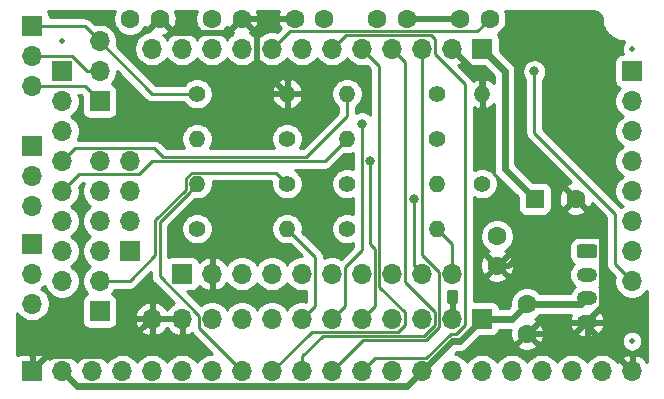
<source format=gtl>
G04 #@! TF.GenerationSoftware,KiCad,Pcbnew,(5.1.10)-1*
G04 #@! TF.CreationDate,2021-08-27T08:10:04+02:00*
G04 #@! TF.ProjectId,JuntekOnSteroidsTTGO,4a756e74-656b-44f6-9e53-7465726f6964,2.5*
G04 #@! TF.SameCoordinates,PX5b716c8PY5b716c8*
G04 #@! TF.FileFunction,Copper,L1,Top*
G04 #@! TF.FilePolarity,Positive*
%FSLAX46Y46*%
G04 Gerber Fmt 4.6, Leading zero omitted, Abs format (unit mm)*
G04 Created by KiCad (PCBNEW (5.1.10)-1) date 2021-08-27 08:10:04*
%MOMM*%
%LPD*%
G01*
G04 APERTURE LIST*
G04 #@! TA.AperFunction,SMDPad,CuDef*
%ADD10C,0.500000*%
G04 #@! TD*
G04 #@! TA.AperFunction,ComponentPad*
%ADD11O,1.700000X1.700000*%
G04 #@! TD*
G04 #@! TA.AperFunction,ComponentPad*
%ADD12R,1.700000X1.700000*%
G04 #@! TD*
G04 #@! TA.AperFunction,ComponentPad*
%ADD13O,1.750000X1.200000*%
G04 #@! TD*
G04 #@! TA.AperFunction,ComponentPad*
%ADD14O,1.400000X1.400000*%
G04 #@! TD*
G04 #@! TA.AperFunction,ComponentPad*
%ADD15C,1.400000*%
G04 #@! TD*
G04 #@! TA.AperFunction,ComponentPad*
%ADD16C,1.600000*%
G04 #@! TD*
G04 #@! TA.AperFunction,ComponentPad*
%ADD17R,1.600000X1.600000*%
G04 #@! TD*
G04 #@! TA.AperFunction,ViaPad*
%ADD18C,0.800000*%
G04 #@! TD*
G04 #@! TA.AperFunction,Conductor*
%ADD19C,0.570000*%
G04 #@! TD*
G04 #@! TA.AperFunction,Conductor*
%ADD20C,0.220000*%
G04 #@! TD*
G04 #@! TA.AperFunction,Conductor*
%ADD21C,0.550000*%
G04 #@! TD*
G04 #@! TA.AperFunction,Conductor*
%ADD22C,0.254000*%
G04 #@! TD*
G04 #@! TA.AperFunction,Conductor*
%ADD23C,0.100000*%
G04 #@! TD*
G04 APERTURE END LIST*
D10*
G04 #@! TO.P,FID2,*
G04 #@! TO.N,*
X55880000Y32385000D03*
G04 #@! TD*
D11*
G04 #@! TO.P,J61,3*
G04 #@! TO.N,/J6.3*
X10795000Y33020000D03*
G04 #@! TO.P,J61,2*
G04 #@! TO.N,/J6.2*
X10795000Y30480000D03*
D12*
G04 #@! TO.P,J61,1*
G04 #@! TO.N,/J6.1*
X10795000Y27940000D03*
G04 #@! TD*
D11*
G04 #@! TO.P,J12,3*
G04 #@! TO.N,/J1.8*
X5080000Y10795000D03*
G04 #@! TO.P,J12,2*
G04 #@! TO.N,/J1.7*
X5080000Y13335000D03*
D12*
G04 #@! TO.P,J12,1*
G04 #@! TO.N,/J1.6*
X5080000Y15875000D03*
G04 #@! TD*
D11*
G04 #@! TO.P,J22,2*
G04 #@! TO.N,Net-(J22-Pad2)*
X10795000Y12700000D03*
D12*
G04 #@! TO.P,J22,1*
G04 #@! TO.N,Net-(J22-Pad1)*
X10795000Y10160000D03*
G04 #@! TD*
D11*
G04 #@! TO.P,J21,8*
G04 #@! TO.N,Net-(J21-Pad8)*
X10795000Y22860000D03*
G04 #@! TO.P,J21,7*
G04 #@! TO.N,Net-(J21-Pad7)*
X13335000Y22860000D03*
G04 #@! TO.P,J21,6*
G04 #@! TO.N,/ADC2*
X10795000Y20320000D03*
G04 #@! TO.P,J21,5*
G04 #@! TO.N,Net-(J21-Pad5)*
X13335000Y20320000D03*
G04 #@! TO.P,J21,4*
G04 #@! TO.N,/ADC1*
X10795000Y17780000D03*
G04 #@! TO.P,J21,3*
G04 #@! TO.N,/A1*
X13335000Y17780000D03*
G04 #@! TO.P,J21,2*
G04 #@! TO.N,/ADC0*
X10795000Y15240000D03*
D12*
G04 #@! TO.P,J21,1*
G04 #@! TO.N,/A0*
X13335000Y15240000D03*
G04 #@! TD*
D11*
G04 #@! TO.P,J11,3*
G04 #@! TO.N,/J1.3*
X5080000Y19050000D03*
G04 #@! TO.P,J11,2*
G04 #@! TO.N,/J1.2*
X5080000Y21590000D03*
D12*
G04 #@! TO.P,J11,1*
G04 #@! TO.N,/J1.1*
X5080000Y24130000D03*
G04 #@! TD*
D13*
G04 #@! TO.P,J7,4*
G04 #@! TO.N,GND*
X52070000Y9240000D03*
G04 #@! TO.P,J7,3*
G04 #@! TO.N,/+3V3*
X52070000Y11240000D03*
G04 #@! TO.P,J7,2*
G04 #@! TO.N,/SDA*
X52070000Y13240000D03*
G04 #@! TO.P,J7,1*
G04 #@! TO.N,/SCL*
G04 #@! TA.AperFunction,ComponentPad*
G36*
G01*
X51444999Y15840000D02*
X52695001Y15840000D01*
G75*
G02*
X52945000Y15590001I0J-249999D01*
G01*
X52945000Y14889999D01*
G75*
G02*
X52695001Y14640000I-249999J0D01*
G01*
X51444999Y14640000D01*
G75*
G02*
X51195000Y14889999I0J249999D01*
G01*
X51195000Y15590001D01*
G75*
G02*
X51444999Y15840000I249999J0D01*
G01*
G37*
G04 #@! TD.AperFunction*
G04 #@! TD*
D11*
G04 #@! TO.P,J10,10*
G04 #@! TO.N,/A3*
X40640000Y13335000D03*
G04 #@! TO.P,J10,9*
G04 #@! TO.N,/A2*
X38100000Y13335000D03*
G04 #@! TO.P,J10,8*
G04 #@! TO.N,/A1*
X35560000Y13335000D03*
G04 #@! TO.P,J10,7*
G04 #@! TO.N,/A0*
X33020000Y13335000D03*
G04 #@! TO.P,J10,6*
G04 #@! TO.N,N/C*
X30480000Y13335000D03*
G04 #@! TO.P,J10,5*
X27940000Y13335000D03*
G04 #@! TO.P,J10,4*
G04 #@! TO.N,/SDA*
X25400000Y13335000D03*
G04 #@! TO.P,J10,3*
G04 #@! TO.N,/SCL*
X22860000Y13335000D03*
G04 #@! TO.P,J10,2*
G04 #@! TO.N,GND*
X20320000Y13335000D03*
D12*
G04 #@! TO.P,J10,1*
G04 #@! TO.N,/+3V3*
X17780000Y13335000D03*
G04 #@! TD*
D14*
G04 #@! TO.P,R13,2*
G04 #@! TO.N,/A2*
X39370000Y20955000D03*
D15*
G04 #@! TO.P,R13,1*
G04 #@! TO.N,Net-(J21-Pad5)*
X31750000Y20955000D03*
G04 #@! TD*
D16*
G04 #@! TO.P,C6,2*
G04 #@! TO.N,/+3V3*
X46990000Y10755000D03*
G04 #@! TO.P,C6,1*
G04 #@! TO.N,GND*
X46990000Y8255000D03*
G04 #@! TD*
G04 #@! TO.P,C5,2*
G04 #@! TO.N,/+3V3*
X13375000Y34925000D03*
G04 #@! TO.P,C5,1*
G04 #@! TO.N,GND*
X15875000Y34925000D03*
G04 #@! TD*
D11*
G04 #@! TO.P,J30,21*
G04 #@! TO.N,GND*
X55880000Y5080000D03*
G04 #@! TO.P,J30,20*
G04 #@! TO.N,N/C*
X53340000Y5080000D03*
G04 #@! TO.P,J30,19*
X50800000Y5080000D03*
G04 #@! TO.P,J30,18*
X48260000Y5080000D03*
G04 #@! TO.P,J30,17*
X45720000Y5080000D03*
G04 #@! TO.P,J30,16*
X43180000Y5080000D03*
G04 #@! TO.P,J30,15*
G04 #@! TO.N,VCC*
X40640000Y5080000D03*
G04 #@! TO.P,J30,14*
G04 #@! TO.N,/+3V3*
X38100000Y5080000D03*
G04 #@! TO.P,J30,13*
G04 #@! TO.N,GND*
X35560000Y5080000D03*
G04 #@! TO.P,J30,12*
G04 #@! TO.N,/GPIO33*
X33020000Y5080000D03*
G04 #@! TO.P,J30,11*
G04 #@! TO.N,/GPIO27*
X30480000Y5080000D03*
G04 #@! TO.P,J30,10*
G04 #@! TO.N,/GPIO26*
X27940000Y5080000D03*
G04 #@! TO.P,J30,9*
G04 #@! TO.N,/GPIO25*
X25400000Y5080000D03*
G04 #@! TO.P,J30,8*
G04 #@! TO.N,/GPIO12*
X22860000Y5080000D03*
G04 #@! TO.P,J30,7*
G04 #@! TO.N,/FanPWM*
X20320000Y5080000D03*
G04 #@! TO.P,J30,6*
G04 #@! TO.N,/GPIO13*
X17780000Y5080000D03*
G04 #@! TO.P,J30,5*
G04 #@! TO.N,/GPIO17*
X15240000Y5080000D03*
G04 #@! TO.P,J30,4*
G04 #@! TO.N,/SCL*
X12700000Y5080000D03*
G04 #@! TO.P,J30,3*
G04 #@! TO.N,/SDA*
X10160000Y5080000D03*
G04 #@! TO.P,J30,2*
G04 #@! TO.N,/+3V3*
X7620000Y5080000D03*
D12*
G04 #@! TO.P,J30,1*
G04 #@! TO.N,GND*
X5080000Y5080000D03*
G04 #@! TD*
D14*
G04 #@! TO.P,R20,2*
G04 #@! TO.N,GND*
X26670000Y28575000D03*
D15*
G04 #@! TO.P,R20,1*
G04 #@! TO.N,/J6.1*
X19050000Y28575000D03*
G04 #@! TD*
D14*
G04 #@! TO.P,R18,2*
G04 #@! TO.N,/FanPWM*
X26670000Y17145000D03*
D15*
G04 #@! TO.P,R18,1*
G04 #@! TO.N,Net-(J22-Pad1)*
X19050000Y17145000D03*
G04 #@! TD*
D14*
G04 #@! TO.P,R17,2*
G04 #@! TO.N,/A3*
X39370000Y17145000D03*
D15*
G04 #@! TO.P,R17,1*
G04 #@! TO.N,Net-(J21-Pad7)*
X31750000Y17145000D03*
G04 #@! TD*
D14*
G04 #@! TO.P,R16,2*
G04 #@! TO.N,/GPIO12*
X19050000Y20955000D03*
D15*
G04 #@! TO.P,R16,1*
G04 #@! TO.N,Net-(J22-Pad2)*
X26670000Y20955000D03*
G04 #@! TD*
D14*
G04 #@! TO.P,R15,2*
G04 #@! TO.N,GND*
X43180000Y28575000D03*
D15*
G04 #@! TO.P,R15,1*
G04 #@! TO.N,Net-(J22-Pad2)*
X43180000Y20955000D03*
G04 #@! TD*
D14*
G04 #@! TO.P,R12,2*
G04 #@! TO.N,/J1.4*
X31750000Y28575000D03*
D15*
G04 #@! TO.P,R12,1*
G04 #@! TO.N,/GPIO15*
X39370000Y28575000D03*
G04 #@! TD*
D14*
G04 #@! TO.P,R11,2*
G04 #@! TO.N,/J1.5*
X31750000Y24765000D03*
D15*
G04 #@! TO.P,R11,1*
G04 #@! TO.N,/GPIO13*
X39370000Y24765000D03*
G04 #@! TD*
D16*
G04 #@! TO.P,C3,2*
G04 #@! TO.N,GND*
X36790000Y34925000D03*
G04 #@! TO.P,C3,1*
G04 #@! TO.N,/ADC2*
X34290000Y34925000D03*
G04 #@! TD*
G04 #@! TO.P,C2,2*
G04 #@! TO.N,GND*
X27305000Y34925000D03*
G04 #@! TO.P,C2,1*
G04 #@! TO.N,/ADC1*
X29805000Y34925000D03*
G04 #@! TD*
G04 #@! TO.P,C1,2*
G04 #@! TO.N,GND*
X22820000Y34925000D03*
G04 #@! TO.P,C1,1*
G04 #@! TO.N,/ADC0*
X20320000Y34925000D03*
G04 #@! TD*
D14*
G04 #@! TO.P,R14,2*
G04 #@! TO.N,Net-(J21-Pad8)*
X19050000Y24765000D03*
D15*
G04 #@! TO.P,R14,1*
G04 #@! TO.N,/ADC3*
X26670000Y24765000D03*
G04 #@! TD*
D11*
G04 #@! TO.P,J6,3*
G04 #@! TO.N,/J6.3*
X5080000Y29210000D03*
G04 #@! TO.P,J6,2*
G04 #@! TO.N,/J6.2*
X5080000Y31750000D03*
D12*
G04 #@! TO.P,J6,1*
G04 #@! TO.N,/J6.1*
X5080000Y34290000D03*
G04 #@! TD*
D16*
G04 #@! TO.P,C8,2*
G04 #@! TO.N,GND*
X44450000Y14010000D03*
G04 #@! TO.P,C8,1*
G04 #@! TO.N,VCC*
X44450000Y16510000D03*
G04 #@! TD*
G04 #@! TO.P,C4,2*
G04 #@! TO.N,GND*
X41315000Y34925000D03*
G04 #@! TO.P,C4,1*
G04 #@! TO.N,/ADC3*
X43815000Y34925000D03*
G04 #@! TD*
G04 #@! TO.P,C7,2*
G04 #@! TO.N,GND*
X51125000Y19685000D03*
D17*
G04 #@! TO.P,C7,1*
G04 #@! TO.N,VCC*
X47625000Y19685000D03*
G04 #@! TD*
D10*
G04 #@! TO.P,FID3,*
G04 #@! TO.N,*
X55880000Y7620000D03*
G04 #@! TD*
G04 #@! TO.P,FID1,*
G04 #@! TO.N,*
X7620000Y33020000D03*
G04 #@! TD*
D11*
G04 #@! TO.P,J5,12*
G04 #@! TO.N,GND*
X15240000Y9525000D03*
G04 #@! TO.P,J5,11*
X17780000Y9525000D03*
G04 #@! TO.P,J5,10*
G04 #@! TO.N,/SDA*
X20320000Y9525000D03*
G04 #@! TO.P,J5,9*
G04 #@! TO.N,/SCL*
X22860000Y9525000D03*
G04 #@! TO.P,J5,8*
G04 #@! TO.N,/GPIO17*
X25400000Y9525000D03*
G04 #@! TO.P,J5,7*
G04 #@! TO.N,/FanPWM*
X27940000Y9525000D03*
G04 #@! TO.P,J5,6*
G04 #@! TO.N,/GPIO15*
X30480000Y9525000D03*
G04 #@! TO.P,J5,5*
G04 #@! TO.N,/GPIO13*
X33020000Y9525000D03*
G04 #@! TO.P,J5,4*
G04 #@! TO.N,/GPIO12*
X35560000Y9525000D03*
G04 #@! TO.P,J5,3*
G04 #@! TO.N,GND*
X38100000Y9525000D03*
G04 #@! TO.P,J5,2*
X40640000Y9525000D03*
D12*
G04 #@! TO.P,J5,1*
G04 #@! TO.N,/+3V3*
X43180000Y9525000D03*
G04 #@! TD*
D11*
G04 #@! TO.P,J4,12*
G04 #@! TO.N,/+3V3*
X15240000Y32385000D03*
G04 #@! TO.P,J4,11*
G04 #@! TO.N,/ADC0*
X17780000Y32385000D03*
G04 #@! TO.P,J4,10*
G04 #@! TO.N,/ADC1*
X20320000Y32385000D03*
G04 #@! TO.P,J4,9*
G04 #@! TO.N,/ADC2*
X22860000Y32385000D03*
G04 #@! TO.P,J4,8*
G04 #@! TO.N,/ADC3*
X25400000Y32385000D03*
G04 #@! TO.P,J4,7*
G04 #@! TO.N,/GPIO32*
X27940000Y32385000D03*
G04 #@! TO.P,J4,6*
G04 #@! TO.N,/GPIO33*
X30480000Y32385000D03*
G04 #@! TO.P,J4,5*
G04 #@! TO.N,/GPIO25*
X33020000Y32385000D03*
G04 #@! TO.P,J4,4*
G04 #@! TO.N,/GPIO26*
X35560000Y32385000D03*
G04 #@! TO.P,J4,3*
G04 #@! TO.N,/GPIO27*
X38100000Y32385000D03*
G04 #@! TO.P,J4,2*
G04 #@! TO.N,GND*
X40640000Y32385000D03*
D12*
G04 #@! TO.P,J4,1*
G04 #@! TO.N,VCC*
X43180000Y32385000D03*
G04 #@! TD*
D11*
G04 #@! TO.P,J2,8*
G04 #@! TO.N,/GPIO32*
X55880000Y12700000D03*
G04 #@! TO.P,J2,7*
G04 #@! TO.N,/GPIO17*
X55880000Y15240000D03*
G04 #@! TO.P,J2,6*
G04 #@! TO.N,VCC*
X55880000Y17780000D03*
G04 #@! TO.P,J2,5*
X55880000Y20320000D03*
G04 #@! TO.P,J2,4*
G04 #@! TO.N,/GNDD*
X55880000Y22860000D03*
G04 #@! TO.P,J2,3*
X55880000Y25400000D03*
G04 #@! TO.P,J2,2*
G04 #@! TO.N,/GNDA*
X55880000Y27940000D03*
D12*
G04 #@! TO.P,J2,1*
X55880000Y30480000D03*
G04 #@! TD*
D11*
G04 #@! TO.P,J1,8*
G04 #@! TO.N,/J1.8*
X7620000Y12700000D03*
G04 #@! TO.P,J1,7*
G04 #@! TO.N,/J1.7*
X7620000Y15240000D03*
G04 #@! TO.P,J1,6*
G04 #@! TO.N,/J1.6*
X7620000Y17780000D03*
G04 #@! TO.P,J1,5*
G04 #@! TO.N,/J1.5*
X7620000Y20320000D03*
G04 #@! TO.P,J1,4*
G04 #@! TO.N,/J1.4*
X7620000Y22860000D03*
G04 #@! TO.P,J1,3*
G04 #@! TO.N,/J1.3*
X7620000Y25400000D03*
G04 #@! TO.P,J1,2*
G04 #@! TO.N,/J1.2*
X7620000Y27940000D03*
D12*
G04 #@! TO.P,J1,1*
G04 #@! TO.N,/J1.1*
X7620000Y30480000D03*
G04 #@! TD*
D18*
G04 #@! TO.N,/GPIO13*
X33660000Y22860000D03*
G04 #@! TO.N,/GPIO32*
X47602389Y30457389D03*
G04 #@! TO.N,/A2*
X37460000Y19685000D03*
G04 #@! TO.N,/GPIO15*
X33020000Y26035000D03*
G04 #@! TD*
D19*
G04 #@! TO.N,VCC*
X43180000Y32385000D02*
X45085000Y30480000D01*
X45085000Y22225000D02*
X47625000Y19685000D01*
X45085000Y30480000D02*
X45085000Y22225000D01*
D20*
G04 #@! TO.N,/GPIO27*
X38100000Y14948202D02*
X38100000Y32385000D01*
X39540011Y8856821D02*
X39540011Y13508191D01*
X38418169Y7734979D02*
X39540011Y8856821D01*
X39540011Y13508191D02*
X38100000Y14948202D01*
X33134979Y7734979D02*
X38418169Y7734979D01*
X30480000Y5080000D02*
X33134979Y7734979D01*
G04 #@! TO.N,/GPIO13*
X34110001Y10615001D02*
X34110001Y15419999D01*
X33020000Y9525000D02*
X34110001Y10615001D01*
X33660000Y15870000D02*
X33660000Y22860000D01*
X34110001Y15419999D02*
X33660000Y15870000D01*
G04 #@! TO.N,/ADC3*
X25400000Y32385000D02*
X26899999Y33884999D01*
X43815000Y34925000D02*
X42774999Y33884999D01*
X26899999Y33884999D02*
X42774999Y33884999D01*
G04 #@! TO.N,/GPIO32*
X47602389Y30457389D02*
X47602389Y25252600D01*
X54439989Y14140011D02*
X55880000Y12700000D01*
X54439989Y18415000D02*
X54439989Y14140011D01*
X47602389Y25252600D02*
X54439989Y18415000D01*
G04 #@! TO.N,/GPIO25*
X36650001Y9001799D02*
X36083201Y8434999D01*
X36650001Y10048201D02*
X36650001Y9001799D01*
X34469999Y12228203D02*
X36650001Y10048201D01*
X34469999Y30935001D02*
X34469999Y24309999D01*
X33020000Y32385000D02*
X34469999Y30935001D01*
X28754999Y8434999D02*
X25400000Y5080000D01*
X36083201Y8434999D02*
X28754999Y8434999D01*
X34469999Y24309999D02*
X34469999Y12228203D01*
G04 #@! TO.N,/GPIO26*
X27940000Y6350000D02*
X27940000Y5080000D01*
X38273191Y8084989D02*
X29674989Y8084989D01*
X39190001Y10048201D02*
X39190001Y9001799D01*
X36650001Y12588201D02*
X39190001Y10048201D01*
X39190001Y9001799D02*
X38273191Y8084989D01*
X36650001Y31294999D02*
X36650001Y12588201D01*
X29674989Y8084989D02*
X27940000Y6350000D01*
X35560000Y32385000D02*
X36650001Y31294999D01*
G04 #@! TO.N,/A3*
X40640000Y15875000D02*
X39370000Y17145000D01*
X40640000Y13335000D02*
X40640000Y15875000D01*
G04 #@! TO.N,/A2*
X38100000Y13335000D02*
X37465000Y13970000D01*
X37460000Y13975000D02*
X37460000Y19685000D01*
X38100000Y13335000D02*
X37460000Y13975000D01*
D19*
G04 #@! TO.N,/+3V3*
X7620000Y5080000D02*
X8885001Y3814999D01*
X45760000Y9525000D02*
X46990000Y10755000D01*
X43180000Y9525000D02*
X45760000Y9525000D01*
X51585000Y10755000D02*
X52070000Y11240000D01*
X46990000Y10755000D02*
X51585000Y10755000D01*
X38100000Y5080000D02*
X36834999Y3814999D01*
X8885001Y3814999D02*
X36834999Y3814999D01*
X38100000Y5080000D02*
X40640000Y7620000D01*
X41275000Y7620000D02*
X43180000Y9525000D01*
X40640000Y7620000D02*
X41275000Y7620000D01*
D20*
G04 #@! TO.N,/GPIO12*
X19229999Y8710001D02*
X22860000Y5080000D01*
X19229999Y9752999D02*
X19229999Y8710001D01*
X15875000Y13107998D02*
X19229999Y9752999D01*
X15875000Y17693010D02*
X15875000Y13107998D01*
X18460009Y20278019D02*
X15875000Y17693010D01*
X18460009Y20365009D02*
X18460009Y20278019D01*
X19050000Y20955000D02*
X18460009Y20365009D01*
G04 #@! TO.N,/J1.5*
X9069999Y21769999D02*
X7620000Y20320000D01*
X14149999Y21769999D02*
X9069999Y21769999D01*
X15240000Y22860000D02*
X14149999Y21769999D01*
X29845000Y22860000D02*
X15240000Y22860000D01*
X31750000Y24765000D02*
X29845000Y22860000D01*
G04 #@! TO.N,/J1.4*
X7620000Y22860000D02*
X8710001Y23950001D01*
X8710001Y23950001D02*
X15419999Y23950001D01*
X15419999Y23950001D02*
X16159990Y23210010D01*
X31750000Y28575000D02*
X31750000Y26670000D01*
X31750000Y26670000D02*
X28290010Y23210010D01*
X16159990Y23210010D02*
X28290010Y23210010D01*
G04 #@! TO.N,/J6.2*
X9752002Y30480000D02*
X10795000Y30480000D01*
X8482002Y31750000D02*
X9752002Y30480000D01*
X5080000Y31750000D02*
X8482002Y31750000D01*
G04 #@! TO.N,/J6.3*
X9525000Y29210000D02*
X10795000Y27940000D01*
X5080000Y29210000D02*
X9525000Y29210000D01*
G04 #@! TO.N,/FanPWM*
X29030001Y10615001D02*
X27940000Y9525000D01*
X29030001Y14784999D02*
X29030001Y10615001D01*
X26670000Y17145000D02*
X29030001Y14784999D01*
G04 #@! TO.N,/J6.1*
X9525000Y34290000D02*
X10795000Y33020000D01*
X5080000Y34290000D02*
X9525000Y34290000D01*
X15240000Y28575000D02*
X19050000Y28575000D01*
X10795000Y33020000D02*
X15240000Y28575000D01*
G04 #@! TO.N,Net-(J22-Pad2)*
X25729999Y21895001D02*
X26670000Y20955000D01*
X18598799Y21895001D02*
X25729999Y21895001D01*
X18109999Y21406201D02*
X18598799Y21895001D01*
X18109999Y20422997D02*
X18109999Y21406201D01*
X15524990Y14889990D02*
X13335000Y12700000D01*
X13335000Y12700000D02*
X10795000Y12700000D01*
X15524990Y17837988D02*
X15524990Y14889990D01*
X18109999Y20422997D02*
X15524990Y17837988D01*
D21*
G04 #@! TO.N,GND*
X24125001Y31119999D02*
X26670000Y28575000D01*
X51085000Y8255000D02*
X52070000Y9240000D01*
X46990000Y8255000D02*
X51085000Y8255000D01*
X53360010Y17449990D02*
X51125000Y19685000D01*
X53360010Y10530010D02*
X53360010Y17449990D01*
X52070000Y9240000D02*
X53360010Y10530010D01*
X45450000Y14010000D02*
X44450000Y14010000D01*
X51125000Y19685000D02*
X45450000Y14010000D01*
X12060001Y6345001D02*
X15240000Y9525000D01*
X6345001Y6345001D02*
X12060001Y6345001D01*
X5080000Y5080000D02*
X6345001Y6345001D01*
X43180000Y29845000D02*
X40640000Y32385000D01*
X43180000Y28575000D02*
X43180000Y29845000D01*
X21604999Y33709999D02*
X22820000Y34925000D01*
X17090001Y33709999D02*
X21604999Y33709999D01*
X15875000Y34925000D02*
X17090001Y33709999D01*
X22820000Y34925000D02*
X27305000Y34925000D01*
X36790000Y34925000D02*
X41315000Y34925000D01*
X24125001Y33619999D02*
X22820000Y34925000D01*
X24125001Y31119999D02*
X24125001Y33619999D01*
X52070000Y8890000D02*
X55880000Y5080000D01*
D20*
X52070000Y9240000D02*
X52070000Y8890000D01*
G04 #@! TO.N,/GPIO15*
X33020000Y15308200D02*
X33020000Y26035000D01*
X31570001Y10615001D02*
X31570001Y13858201D01*
X31570001Y13858201D02*
X33020000Y15308200D01*
X30480000Y9525000D02*
X31570001Y10615001D01*
G04 #@! TO.N,/GPIO33*
X38855011Y33534989D02*
X31629989Y33534989D01*
X39190001Y33199999D02*
X38855011Y33534989D01*
X39190001Y31929999D02*
X39190001Y33199999D01*
X41730001Y29389999D02*
X39190001Y31929999D01*
X40983202Y8255000D02*
X41730001Y9001799D01*
X41730001Y9001799D02*
X41730001Y29389999D01*
X38447525Y6170001D02*
X40532524Y8255000D01*
X40532524Y8255000D02*
X40983202Y8255000D01*
X34110001Y6170001D02*
X38447525Y6170001D01*
X31629989Y33534989D02*
X30480000Y32385000D01*
X33020000Y5080000D02*
X34110001Y6170001D01*
G04 #@! TD*
D22*
G04 #@! TO.N,GND*
X35687000Y5207000D02*
X35707000Y5207000D01*
X35707000Y4953000D01*
X35687000Y4953000D01*
X35687000Y4933000D01*
X35433000Y4933000D01*
X35433000Y4953000D01*
X35413000Y4953000D01*
X35413000Y5207000D01*
X35433000Y5207000D01*
X35433000Y5227000D01*
X35687000Y5227000D01*
X35687000Y5207000D01*
G04 #@! TA.AperFunction,Conductor*
D23*
G36*
X35687000Y5207000D02*
G01*
X35707000Y5207000D01*
X35707000Y4953000D01*
X35687000Y4953000D01*
X35687000Y4933000D01*
X35433000Y4933000D01*
X35433000Y4953000D01*
X35413000Y4953000D01*
X35413000Y5207000D01*
X35433000Y5207000D01*
X35433000Y5227000D01*
X35687000Y5227000D01*
X35687000Y5207000D01*
G37*
G04 #@! TD.AperFunction*
D22*
X52822869Y35520278D02*
X52936246Y35486047D01*
X53040819Y35430445D01*
X53132596Y35355593D01*
X53208091Y35264336D01*
X53264419Y35160156D01*
X53299440Y35047024D01*
X53317855Y34871812D01*
X53317747Y34856318D01*
X53318646Y34847147D01*
X53344554Y34600643D01*
X53356589Y34542014D01*
X53367792Y34483284D01*
X53370456Y34474462D01*
X53443751Y34237686D01*
X53466931Y34182543D01*
X53489339Y34127080D01*
X53493665Y34118946D01*
X53493667Y34118941D01*
X53493670Y34118936D01*
X53611553Y33900914D01*
X53644988Y33851346D01*
X53677759Y33801265D01*
X53683584Y33794124D01*
X53841577Y33603144D01*
X53884012Y33561005D01*
X53925875Y33518255D01*
X53932976Y33512382D01*
X54125053Y33355727D01*
X54174875Y33322626D01*
X54224237Y33288827D01*
X54232343Y33284444D01*
X54451191Y33168081D01*
X54506479Y33145293D01*
X54561475Y33121721D01*
X54570278Y33118997D01*
X54807559Y33047357D01*
X54866246Y33035736D01*
X54924752Y33023300D01*
X54933915Y33022337D01*
X54933917Y33022337D01*
X55180595Y32998150D01*
X55180598Y32998150D01*
X55212581Y32995000D01*
X55238421Y32995000D01*
X55192576Y32949155D01*
X55095723Y32804205D01*
X55029010Y32643145D01*
X54995000Y32472165D01*
X54995000Y32297835D01*
X55029010Y32126855D01*
X55094780Y31968072D01*
X55030000Y31968072D01*
X54905518Y31955812D01*
X54785820Y31919502D01*
X54675506Y31860537D01*
X54578815Y31781185D01*
X54499463Y31684494D01*
X54440498Y31574180D01*
X54404188Y31454482D01*
X54391928Y31330000D01*
X54391928Y29630000D01*
X54404188Y29505518D01*
X54440498Y29385820D01*
X54499463Y29275506D01*
X54578815Y29178815D01*
X54675506Y29099463D01*
X54785820Y29040498D01*
X54858380Y29018487D01*
X54726525Y28886632D01*
X54564010Y28643411D01*
X54452068Y28373158D01*
X54395000Y28086260D01*
X54395000Y27793740D01*
X54452068Y27506842D01*
X54564010Y27236589D01*
X54726525Y26993368D01*
X54933368Y26786525D01*
X55107760Y26670000D01*
X54933368Y26553475D01*
X54726525Y26346632D01*
X54564010Y26103411D01*
X54452068Y25833158D01*
X54395000Y25546260D01*
X54395000Y25253740D01*
X54452068Y24966842D01*
X54564010Y24696589D01*
X54726525Y24453368D01*
X54933368Y24246525D01*
X55107760Y24130000D01*
X54933368Y24013475D01*
X54726525Y23806632D01*
X54564010Y23563411D01*
X54452068Y23293158D01*
X54395000Y23006260D01*
X54395000Y22713740D01*
X54452068Y22426842D01*
X54564010Y22156589D01*
X54726525Y21913368D01*
X54933368Y21706525D01*
X55107760Y21590000D01*
X54933368Y21473475D01*
X54726525Y21266632D01*
X54564010Y21023411D01*
X54452068Y20753158D01*
X54395000Y20466260D01*
X54395000Y20173740D01*
X54452068Y19886842D01*
X54564010Y19616589D01*
X54726525Y19373368D01*
X54933368Y19166525D01*
X55107760Y19050000D01*
X54960491Y18951598D01*
X54940910Y18967668D01*
X48347389Y25561189D01*
X48347389Y29738678D01*
X48406326Y29797615D01*
X48519594Y29967133D01*
X48597615Y30155491D01*
X48637389Y30355450D01*
X48637389Y30559328D01*
X48597615Y30759287D01*
X48519594Y30947645D01*
X48406326Y31117163D01*
X48262163Y31261326D01*
X48092645Y31374594D01*
X47904287Y31452615D01*
X47704328Y31492389D01*
X47500450Y31492389D01*
X47300491Y31452615D01*
X47112133Y31374594D01*
X46942615Y31261326D01*
X46798452Y31117163D01*
X46685184Y30947645D01*
X46607163Y30759287D01*
X46567389Y30559328D01*
X46567389Y30355450D01*
X46607163Y30155491D01*
X46685184Y29967133D01*
X46798452Y29797615D01*
X46857389Y29738678D01*
X46857390Y25289200D01*
X46853785Y25252600D01*
X46868170Y25106555D01*
X46910770Y24966122D01*
X46979948Y24836698D01*
X47049720Y24751680D01*
X47049726Y24751674D01*
X47073047Y24723257D01*
X47101464Y24699936D01*
X50732695Y21068705D01*
X50508708Y20988603D01*
X50383486Y20921671D01*
X50311903Y20677702D01*
X51125000Y19864605D01*
X51139143Y19878747D01*
X51318748Y19699142D01*
X51304605Y19685000D01*
X52117702Y18871903D01*
X52361671Y18943486D01*
X52482571Y19198996D01*
X52506588Y19294812D01*
X53694989Y18106411D01*
X53694990Y14176611D01*
X53691385Y14140011D01*
X53705770Y13993966D01*
X53748370Y13853533D01*
X53817548Y13724109D01*
X53887320Y13639091D01*
X53887326Y13639085D01*
X53910647Y13610668D01*
X53939064Y13587347D01*
X54442310Y13084101D01*
X54395000Y12846260D01*
X54395000Y12553740D01*
X54452068Y12266842D01*
X54564010Y11996589D01*
X54726525Y11753368D01*
X54933368Y11546525D01*
X55176589Y11384010D01*
X55446842Y11272068D01*
X55733740Y11215000D01*
X56026260Y11215000D01*
X56313158Y11272068D01*
X56583411Y11384010D01*
X56826632Y11546525D01*
X57033475Y11753368D01*
X57125000Y11890345D01*
X57125000Y5877715D01*
X57075178Y5961355D01*
X56880269Y6177588D01*
X56646920Y6351641D01*
X56384099Y6476825D01*
X56236890Y6521476D01*
X56007000Y6400155D01*
X56007000Y5207000D01*
X56027000Y5207000D01*
X56027000Y4953000D01*
X56007000Y4953000D01*
X56007000Y4933000D01*
X55753000Y4933000D01*
X55753000Y4953000D01*
X55733000Y4953000D01*
X55733000Y5207000D01*
X55753000Y5207000D01*
X55753000Y6400155D01*
X55523110Y6521476D01*
X55375901Y6476825D01*
X55113080Y6351641D01*
X54879731Y6177588D01*
X54684822Y5961355D01*
X54615195Y5844466D01*
X54493475Y6026632D01*
X54286632Y6233475D01*
X54043411Y6395990D01*
X53773158Y6507932D01*
X53486260Y6565000D01*
X53193740Y6565000D01*
X52906842Y6507932D01*
X52636589Y6395990D01*
X52393368Y6233475D01*
X52186525Y6026632D01*
X52070000Y5852240D01*
X51953475Y6026632D01*
X51746632Y6233475D01*
X51503411Y6395990D01*
X51233158Y6507932D01*
X50946260Y6565000D01*
X50653740Y6565000D01*
X50366842Y6507932D01*
X50096589Y6395990D01*
X49853368Y6233475D01*
X49646525Y6026632D01*
X49530000Y5852240D01*
X49413475Y6026632D01*
X49206632Y6233475D01*
X48963411Y6395990D01*
X48693158Y6507932D01*
X48406260Y6565000D01*
X48113740Y6565000D01*
X47826842Y6507932D01*
X47556589Y6395990D01*
X47313368Y6233475D01*
X47106525Y6026632D01*
X46990000Y5852240D01*
X46873475Y6026632D01*
X46666632Y6233475D01*
X46423411Y6395990D01*
X46153158Y6507932D01*
X45866260Y6565000D01*
X45573740Y6565000D01*
X45286842Y6507932D01*
X45016589Y6395990D01*
X44773368Y6233475D01*
X44566525Y6026632D01*
X44450000Y5852240D01*
X44333475Y6026632D01*
X44126632Y6233475D01*
X43883411Y6395990D01*
X43613158Y6507932D01*
X43326260Y6565000D01*
X43033740Y6565000D01*
X42746842Y6507932D01*
X42476589Y6395990D01*
X42233368Y6233475D01*
X42026525Y6026632D01*
X41910000Y5852240D01*
X41793475Y6026632D01*
X41586632Y6233475D01*
X41343411Y6395990D01*
X41073158Y6507932D01*
X40869515Y6548439D01*
X41021076Y6700000D01*
X41229811Y6700000D01*
X41275000Y6695549D01*
X41320189Y6700000D01*
X41320192Y6700000D01*
X41455351Y6713312D01*
X41628772Y6765919D01*
X41788597Y6851347D01*
X41928686Y6966314D01*
X41957503Y7001428D01*
X42218373Y7262298D01*
X46176903Y7262298D01*
X46248486Y7018329D01*
X46503996Y6897429D01*
X46778184Y6828700D01*
X47060512Y6814783D01*
X47340130Y6856213D01*
X47606292Y6951397D01*
X47731514Y7018329D01*
X47803097Y7262298D01*
X46990000Y8075395D01*
X46176903Y7262298D01*
X42218373Y7262298D01*
X42993004Y8036928D01*
X44030000Y8036928D01*
X44154482Y8049188D01*
X44274180Y8085498D01*
X44384494Y8144463D01*
X44481185Y8223815D01*
X44560537Y8320506D01*
X44619502Y8430820D01*
X44655812Y8550518D01*
X44661178Y8605000D01*
X45598338Y8605000D01*
X45563700Y8466816D01*
X45549783Y8184488D01*
X45591213Y7904870D01*
X45686397Y7638708D01*
X45753329Y7513486D01*
X45997298Y7441903D01*
X46810395Y8255000D01*
X47169605Y8255000D01*
X47982702Y7441903D01*
X48226671Y7513486D01*
X48318314Y7707165D01*
X54995000Y7707165D01*
X54995000Y7532835D01*
X55029010Y7361855D01*
X55095723Y7200795D01*
X55192576Y7055845D01*
X55315845Y6932576D01*
X55460795Y6835723D01*
X55621855Y6769010D01*
X55792835Y6735000D01*
X55967165Y6735000D01*
X56138145Y6769010D01*
X56299205Y6835723D01*
X56444155Y6932576D01*
X56567424Y7055845D01*
X56664277Y7200795D01*
X56730990Y7361855D01*
X56765000Y7532835D01*
X56765000Y7707165D01*
X56730990Y7878145D01*
X56664277Y8039205D01*
X56567424Y8184155D01*
X56444155Y8307424D01*
X56299205Y8404277D01*
X56138145Y8470990D01*
X55967165Y8505000D01*
X55792835Y8505000D01*
X55621855Y8470990D01*
X55460795Y8404277D01*
X55315845Y8307424D01*
X55192576Y8184155D01*
X55095723Y8039205D01*
X55029010Y7878145D01*
X54995000Y7707165D01*
X48318314Y7707165D01*
X48347571Y7768996D01*
X48416300Y8043184D01*
X48430217Y8325512D01*
X48388787Y8605130D01*
X48293603Y8871292D01*
X48266291Y8922391D01*
X50601538Y8922391D01*
X50605409Y8884718D01*
X50697579Y8659467D01*
X50831922Y8456526D01*
X51003275Y8283693D01*
X51205054Y8147610D01*
X51429504Y8053507D01*
X51668000Y8005000D01*
X51943000Y8005000D01*
X51943000Y9113000D01*
X52197000Y9113000D01*
X52197000Y8005000D01*
X52472000Y8005000D01*
X52710496Y8053507D01*
X52934946Y8147610D01*
X53136725Y8283693D01*
X53308078Y8456526D01*
X53442421Y8659467D01*
X53534591Y8884718D01*
X53538462Y8922391D01*
X53413731Y9113000D01*
X52197000Y9113000D01*
X51943000Y9113000D01*
X50726269Y9113000D01*
X50601538Y8922391D01*
X48266291Y8922391D01*
X48226671Y8996514D01*
X47982702Y9068097D01*
X47169605Y8255000D01*
X46810395Y8255000D01*
X46796253Y8269142D01*
X46975858Y8448747D01*
X46990000Y8434605D01*
X47803097Y9247702D01*
X47731514Y9491671D01*
X47702659Y9505324D01*
X47904759Y9640363D01*
X48099396Y9835000D01*
X50707156Y9835000D01*
X50697579Y9820533D01*
X50605409Y9595282D01*
X50601538Y9557609D01*
X50726269Y9367000D01*
X51943000Y9367000D01*
X51943000Y9387000D01*
X52197000Y9387000D01*
X52197000Y9367000D01*
X53413731Y9367000D01*
X53538462Y9557609D01*
X53534591Y9595282D01*
X53442421Y9820533D01*
X53308078Y10023474D01*
X53136725Y10196307D01*
X53072652Y10239519D01*
X53222502Y10362498D01*
X53376833Y10550551D01*
X53491511Y10765099D01*
X53562130Y10997898D01*
X53585975Y11240000D01*
X53562130Y11482102D01*
X53491511Y11714901D01*
X53376833Y11929449D01*
X53222502Y12117502D01*
X53073238Y12240000D01*
X53222502Y12362498D01*
X53376833Y12550551D01*
X53491511Y12765099D01*
X53562130Y12997898D01*
X53585975Y13240000D01*
X53562130Y13482102D01*
X53491511Y13714901D01*
X53376833Y13929449D01*
X53222502Y14117502D01*
X53183889Y14149191D01*
X53188387Y14151595D01*
X53322962Y14262038D01*
X53433405Y14396613D01*
X53515472Y14550149D01*
X53566008Y14716745D01*
X53583072Y14889999D01*
X53583072Y15590001D01*
X53566008Y15763255D01*
X53515472Y15929851D01*
X53433405Y16083387D01*
X53322962Y16217962D01*
X53188387Y16328405D01*
X53034851Y16410472D01*
X52868255Y16461008D01*
X52695001Y16478072D01*
X51444999Y16478072D01*
X51271745Y16461008D01*
X51105149Y16410472D01*
X50951613Y16328405D01*
X50817038Y16217962D01*
X50706595Y16083387D01*
X50624528Y15929851D01*
X50573992Y15763255D01*
X50556928Y15590001D01*
X50556928Y14889999D01*
X50573992Y14716745D01*
X50624528Y14550149D01*
X50706595Y14396613D01*
X50817038Y14262038D01*
X50951613Y14151595D01*
X50956111Y14149191D01*
X50917498Y14117502D01*
X50763167Y13929449D01*
X50648489Y13714901D01*
X50577870Y13482102D01*
X50554025Y13240000D01*
X50577870Y12997898D01*
X50648489Y12765099D01*
X50763167Y12550551D01*
X50917498Y12362498D01*
X51066762Y12240000D01*
X50917498Y12117502D01*
X50763167Y11929449D01*
X50648489Y11714901D01*
X50636385Y11675000D01*
X48099396Y11675000D01*
X47904759Y11869637D01*
X47669727Y12026680D01*
X47408574Y12134853D01*
X47131335Y12190000D01*
X46848665Y12190000D01*
X46571426Y12134853D01*
X46310273Y12026680D01*
X46075241Y11869637D01*
X45875363Y11669759D01*
X45718320Y11434727D01*
X45610147Y11173574D01*
X45555000Y10896335D01*
X45555000Y10621076D01*
X45378925Y10445000D01*
X44661178Y10445000D01*
X44655812Y10499482D01*
X44619502Y10619180D01*
X44560537Y10729494D01*
X44481185Y10826185D01*
X44384494Y10905537D01*
X44274180Y10964502D01*
X44154482Y11000812D01*
X44030000Y11013072D01*
X42475001Y11013072D01*
X42475001Y13017298D01*
X43636903Y13017298D01*
X43708486Y12773329D01*
X43963996Y12652429D01*
X44238184Y12583700D01*
X44520512Y12569783D01*
X44800130Y12611213D01*
X45066292Y12706397D01*
X45191514Y12773329D01*
X45263097Y13017298D01*
X44450000Y13830395D01*
X43636903Y13017298D01*
X42475001Y13017298D01*
X42475001Y13939488D01*
X43009783Y13939488D01*
X43051213Y13659870D01*
X43146397Y13393708D01*
X43213329Y13268486D01*
X43457298Y13196903D01*
X44270395Y14010000D01*
X44629605Y14010000D01*
X45442702Y13196903D01*
X45686671Y13268486D01*
X45807571Y13523996D01*
X45876300Y13798184D01*
X45890217Y14080512D01*
X45848787Y14360130D01*
X45753603Y14626292D01*
X45686671Y14751514D01*
X45442702Y14823097D01*
X44629605Y14010000D01*
X44270395Y14010000D01*
X43457298Y14823097D01*
X43213329Y14751514D01*
X43092429Y14496004D01*
X43023700Y14221816D01*
X43009783Y13939488D01*
X42475001Y13939488D01*
X42475001Y16651335D01*
X43015000Y16651335D01*
X43015000Y16368665D01*
X43070147Y16091426D01*
X43178320Y15830273D01*
X43335363Y15595241D01*
X43535241Y15395363D01*
X43735869Y15261308D01*
X43708486Y15246671D01*
X43636903Y15002702D01*
X44450000Y14189605D01*
X45263097Y15002702D01*
X45191514Y15246671D01*
X45162659Y15260324D01*
X45364759Y15395363D01*
X45564637Y15595241D01*
X45721680Y15830273D01*
X45829853Y16091426D01*
X45885000Y16368665D01*
X45885000Y16651335D01*
X45829853Y16928574D01*
X45721680Y17189727D01*
X45564637Y17424759D01*
X45364759Y17624637D01*
X45129727Y17781680D01*
X44868574Y17889853D01*
X44591335Y17945000D01*
X44308665Y17945000D01*
X44031426Y17889853D01*
X43770273Y17781680D01*
X43535241Y17624637D01*
X43335363Y17424759D01*
X43178320Y17189727D01*
X43070147Y16928574D01*
X43015000Y16651335D01*
X42475001Y16651335D01*
X42475001Y19820475D01*
X42547641Y19771939D01*
X42790595Y19671304D01*
X43048514Y19620000D01*
X43311486Y19620000D01*
X43569405Y19671304D01*
X43812359Y19771939D01*
X44031013Y19918038D01*
X44216962Y20103987D01*
X44363061Y20322641D01*
X44463696Y20565595D01*
X44515000Y20823514D01*
X44515000Y21086486D01*
X44463696Y21344405D01*
X44363061Y21587359D01*
X44216962Y21806013D01*
X44031013Y21991962D01*
X43812359Y22138061D01*
X43569405Y22238696D01*
X43311486Y22290000D01*
X43048514Y22290000D01*
X42790595Y22238696D01*
X42547641Y22138061D01*
X42475001Y22089525D01*
X42475001Y27444657D01*
X42501608Y27425208D01*
X42738956Y27314953D01*
X42846671Y27282284D01*
X43053000Y27405626D01*
X43053000Y28448000D01*
X43033000Y28448000D01*
X43033000Y28702000D01*
X43053000Y28702000D01*
X43053000Y29744374D01*
X42846671Y29867716D01*
X42738956Y29835047D01*
X42501608Y29724792D01*
X42424142Y29668166D01*
X42421621Y29676477D01*
X42367434Y29777853D01*
X42352442Y29805902D01*
X42282669Y29890920D01*
X42259344Y29919342D01*
X42230921Y29942668D01*
X41172084Y31001505D01*
X41406920Y31113359D01*
X41640269Y31287412D01*
X41716034Y31371466D01*
X41740498Y31290820D01*
X41799463Y31180506D01*
X41878815Y31083815D01*
X41975506Y31004463D01*
X42085820Y30945498D01*
X42205518Y30909188D01*
X42330000Y30896928D01*
X43366997Y30896928D01*
X44165000Y30098924D01*
X44165000Y29466622D01*
X44069670Y29570351D01*
X43858392Y29724792D01*
X43621044Y29835047D01*
X43513329Y29867716D01*
X43307000Y29744374D01*
X43307000Y28702000D01*
X43327000Y28702000D01*
X43327000Y28448000D01*
X43307000Y28448000D01*
X43307000Y27405626D01*
X43513329Y27282284D01*
X43621044Y27314953D01*
X43858392Y27425208D01*
X44069670Y27579649D01*
X44165000Y27683378D01*
X44165001Y22270199D01*
X44160549Y22225000D01*
X44178313Y22044649D01*
X44230919Y21871229D01*
X44296823Y21747932D01*
X44316348Y21711403D01*
X44431315Y21571314D01*
X44466424Y21542501D01*
X46186928Y19821996D01*
X46186928Y18885000D01*
X46199188Y18760518D01*
X46235498Y18640820D01*
X46294463Y18530506D01*
X46373815Y18433815D01*
X46470506Y18354463D01*
X46580820Y18295498D01*
X46700518Y18259188D01*
X46825000Y18246928D01*
X48425000Y18246928D01*
X48549482Y18259188D01*
X48669180Y18295498D01*
X48779494Y18354463D01*
X48876185Y18433815D01*
X48955537Y18530506D01*
X49014502Y18640820D01*
X49030117Y18692298D01*
X50311903Y18692298D01*
X50383486Y18448329D01*
X50638996Y18327429D01*
X50913184Y18258700D01*
X51195512Y18244783D01*
X51475130Y18286213D01*
X51741292Y18381397D01*
X51866514Y18448329D01*
X51938097Y18692298D01*
X51125000Y19505395D01*
X50311903Y18692298D01*
X49030117Y18692298D01*
X49050812Y18760518D01*
X49063072Y18885000D01*
X49063072Y19614488D01*
X49684783Y19614488D01*
X49726213Y19334870D01*
X49821397Y19068708D01*
X49888329Y18943486D01*
X50132298Y18871903D01*
X50945395Y19685000D01*
X50132298Y20498097D01*
X49888329Y20426514D01*
X49767429Y20171004D01*
X49698700Y19896816D01*
X49684783Y19614488D01*
X49063072Y19614488D01*
X49063072Y20485000D01*
X49050812Y20609482D01*
X49014502Y20729180D01*
X48955537Y20839494D01*
X48876185Y20936185D01*
X48779494Y21015537D01*
X48669180Y21074502D01*
X48549482Y21110812D01*
X48425000Y21123072D01*
X47488004Y21123072D01*
X46005000Y22606075D01*
X46005000Y30434811D01*
X46009451Y30480000D01*
X46004921Y30525990D01*
X45991688Y30660351D01*
X45939081Y30833772D01*
X45853653Y30993597D01*
X45738686Y31133686D01*
X45703578Y31162498D01*
X44668072Y32198003D01*
X44668072Y33235000D01*
X44655812Y33359482D01*
X44619502Y33479180D01*
X44560537Y33589494D01*
X44503400Y33659115D01*
X44729759Y33810363D01*
X44929637Y34010241D01*
X45086680Y34245273D01*
X45194853Y34506426D01*
X45250000Y34783665D01*
X45250000Y35066335D01*
X45194853Y35343574D01*
X45115562Y35535000D01*
X52672721Y35535000D01*
X52822869Y35520278D01*
G04 #@! TA.AperFunction,Conductor*
D23*
G36*
X52822869Y35520278D02*
G01*
X52936246Y35486047D01*
X53040819Y35430445D01*
X53132596Y35355593D01*
X53208091Y35264336D01*
X53264419Y35160156D01*
X53299440Y35047024D01*
X53317855Y34871812D01*
X53317747Y34856318D01*
X53318646Y34847147D01*
X53344554Y34600643D01*
X53356589Y34542014D01*
X53367792Y34483284D01*
X53370456Y34474462D01*
X53443751Y34237686D01*
X53466931Y34182543D01*
X53489339Y34127080D01*
X53493665Y34118946D01*
X53493667Y34118941D01*
X53493670Y34118936D01*
X53611553Y33900914D01*
X53644988Y33851346D01*
X53677759Y33801265D01*
X53683584Y33794124D01*
X53841577Y33603144D01*
X53884012Y33561005D01*
X53925875Y33518255D01*
X53932976Y33512382D01*
X54125053Y33355727D01*
X54174875Y33322626D01*
X54224237Y33288827D01*
X54232343Y33284444D01*
X54451191Y33168081D01*
X54506479Y33145293D01*
X54561475Y33121721D01*
X54570278Y33118997D01*
X54807559Y33047357D01*
X54866246Y33035736D01*
X54924752Y33023300D01*
X54933915Y33022337D01*
X54933917Y33022337D01*
X55180595Y32998150D01*
X55180598Y32998150D01*
X55212581Y32995000D01*
X55238421Y32995000D01*
X55192576Y32949155D01*
X55095723Y32804205D01*
X55029010Y32643145D01*
X54995000Y32472165D01*
X54995000Y32297835D01*
X55029010Y32126855D01*
X55094780Y31968072D01*
X55030000Y31968072D01*
X54905518Y31955812D01*
X54785820Y31919502D01*
X54675506Y31860537D01*
X54578815Y31781185D01*
X54499463Y31684494D01*
X54440498Y31574180D01*
X54404188Y31454482D01*
X54391928Y31330000D01*
X54391928Y29630000D01*
X54404188Y29505518D01*
X54440498Y29385820D01*
X54499463Y29275506D01*
X54578815Y29178815D01*
X54675506Y29099463D01*
X54785820Y29040498D01*
X54858380Y29018487D01*
X54726525Y28886632D01*
X54564010Y28643411D01*
X54452068Y28373158D01*
X54395000Y28086260D01*
X54395000Y27793740D01*
X54452068Y27506842D01*
X54564010Y27236589D01*
X54726525Y26993368D01*
X54933368Y26786525D01*
X55107760Y26670000D01*
X54933368Y26553475D01*
X54726525Y26346632D01*
X54564010Y26103411D01*
X54452068Y25833158D01*
X54395000Y25546260D01*
X54395000Y25253740D01*
X54452068Y24966842D01*
X54564010Y24696589D01*
X54726525Y24453368D01*
X54933368Y24246525D01*
X55107760Y24130000D01*
X54933368Y24013475D01*
X54726525Y23806632D01*
X54564010Y23563411D01*
X54452068Y23293158D01*
X54395000Y23006260D01*
X54395000Y22713740D01*
X54452068Y22426842D01*
X54564010Y22156589D01*
X54726525Y21913368D01*
X54933368Y21706525D01*
X55107760Y21590000D01*
X54933368Y21473475D01*
X54726525Y21266632D01*
X54564010Y21023411D01*
X54452068Y20753158D01*
X54395000Y20466260D01*
X54395000Y20173740D01*
X54452068Y19886842D01*
X54564010Y19616589D01*
X54726525Y19373368D01*
X54933368Y19166525D01*
X55107760Y19050000D01*
X54960491Y18951598D01*
X54940910Y18967668D01*
X48347389Y25561189D01*
X48347389Y29738678D01*
X48406326Y29797615D01*
X48519594Y29967133D01*
X48597615Y30155491D01*
X48637389Y30355450D01*
X48637389Y30559328D01*
X48597615Y30759287D01*
X48519594Y30947645D01*
X48406326Y31117163D01*
X48262163Y31261326D01*
X48092645Y31374594D01*
X47904287Y31452615D01*
X47704328Y31492389D01*
X47500450Y31492389D01*
X47300491Y31452615D01*
X47112133Y31374594D01*
X46942615Y31261326D01*
X46798452Y31117163D01*
X46685184Y30947645D01*
X46607163Y30759287D01*
X46567389Y30559328D01*
X46567389Y30355450D01*
X46607163Y30155491D01*
X46685184Y29967133D01*
X46798452Y29797615D01*
X46857389Y29738678D01*
X46857390Y25289200D01*
X46853785Y25252600D01*
X46868170Y25106555D01*
X46910770Y24966122D01*
X46979948Y24836698D01*
X47049720Y24751680D01*
X47049726Y24751674D01*
X47073047Y24723257D01*
X47101464Y24699936D01*
X50732695Y21068705D01*
X50508708Y20988603D01*
X50383486Y20921671D01*
X50311903Y20677702D01*
X51125000Y19864605D01*
X51139143Y19878747D01*
X51318748Y19699142D01*
X51304605Y19685000D01*
X52117702Y18871903D01*
X52361671Y18943486D01*
X52482571Y19198996D01*
X52506588Y19294812D01*
X53694989Y18106411D01*
X53694990Y14176611D01*
X53691385Y14140011D01*
X53705770Y13993966D01*
X53748370Y13853533D01*
X53817548Y13724109D01*
X53887320Y13639091D01*
X53887326Y13639085D01*
X53910647Y13610668D01*
X53939064Y13587347D01*
X54442310Y13084101D01*
X54395000Y12846260D01*
X54395000Y12553740D01*
X54452068Y12266842D01*
X54564010Y11996589D01*
X54726525Y11753368D01*
X54933368Y11546525D01*
X55176589Y11384010D01*
X55446842Y11272068D01*
X55733740Y11215000D01*
X56026260Y11215000D01*
X56313158Y11272068D01*
X56583411Y11384010D01*
X56826632Y11546525D01*
X57033475Y11753368D01*
X57125000Y11890345D01*
X57125000Y5877715D01*
X57075178Y5961355D01*
X56880269Y6177588D01*
X56646920Y6351641D01*
X56384099Y6476825D01*
X56236890Y6521476D01*
X56007000Y6400155D01*
X56007000Y5207000D01*
X56027000Y5207000D01*
X56027000Y4953000D01*
X56007000Y4953000D01*
X56007000Y4933000D01*
X55753000Y4933000D01*
X55753000Y4953000D01*
X55733000Y4953000D01*
X55733000Y5207000D01*
X55753000Y5207000D01*
X55753000Y6400155D01*
X55523110Y6521476D01*
X55375901Y6476825D01*
X55113080Y6351641D01*
X54879731Y6177588D01*
X54684822Y5961355D01*
X54615195Y5844466D01*
X54493475Y6026632D01*
X54286632Y6233475D01*
X54043411Y6395990D01*
X53773158Y6507932D01*
X53486260Y6565000D01*
X53193740Y6565000D01*
X52906842Y6507932D01*
X52636589Y6395990D01*
X52393368Y6233475D01*
X52186525Y6026632D01*
X52070000Y5852240D01*
X51953475Y6026632D01*
X51746632Y6233475D01*
X51503411Y6395990D01*
X51233158Y6507932D01*
X50946260Y6565000D01*
X50653740Y6565000D01*
X50366842Y6507932D01*
X50096589Y6395990D01*
X49853368Y6233475D01*
X49646525Y6026632D01*
X49530000Y5852240D01*
X49413475Y6026632D01*
X49206632Y6233475D01*
X48963411Y6395990D01*
X48693158Y6507932D01*
X48406260Y6565000D01*
X48113740Y6565000D01*
X47826842Y6507932D01*
X47556589Y6395990D01*
X47313368Y6233475D01*
X47106525Y6026632D01*
X46990000Y5852240D01*
X46873475Y6026632D01*
X46666632Y6233475D01*
X46423411Y6395990D01*
X46153158Y6507932D01*
X45866260Y6565000D01*
X45573740Y6565000D01*
X45286842Y6507932D01*
X45016589Y6395990D01*
X44773368Y6233475D01*
X44566525Y6026632D01*
X44450000Y5852240D01*
X44333475Y6026632D01*
X44126632Y6233475D01*
X43883411Y6395990D01*
X43613158Y6507932D01*
X43326260Y6565000D01*
X43033740Y6565000D01*
X42746842Y6507932D01*
X42476589Y6395990D01*
X42233368Y6233475D01*
X42026525Y6026632D01*
X41910000Y5852240D01*
X41793475Y6026632D01*
X41586632Y6233475D01*
X41343411Y6395990D01*
X41073158Y6507932D01*
X40869515Y6548439D01*
X41021076Y6700000D01*
X41229811Y6700000D01*
X41275000Y6695549D01*
X41320189Y6700000D01*
X41320192Y6700000D01*
X41455351Y6713312D01*
X41628772Y6765919D01*
X41788597Y6851347D01*
X41928686Y6966314D01*
X41957503Y7001428D01*
X42218373Y7262298D01*
X46176903Y7262298D01*
X46248486Y7018329D01*
X46503996Y6897429D01*
X46778184Y6828700D01*
X47060512Y6814783D01*
X47340130Y6856213D01*
X47606292Y6951397D01*
X47731514Y7018329D01*
X47803097Y7262298D01*
X46990000Y8075395D01*
X46176903Y7262298D01*
X42218373Y7262298D01*
X42993004Y8036928D01*
X44030000Y8036928D01*
X44154482Y8049188D01*
X44274180Y8085498D01*
X44384494Y8144463D01*
X44481185Y8223815D01*
X44560537Y8320506D01*
X44619502Y8430820D01*
X44655812Y8550518D01*
X44661178Y8605000D01*
X45598338Y8605000D01*
X45563700Y8466816D01*
X45549783Y8184488D01*
X45591213Y7904870D01*
X45686397Y7638708D01*
X45753329Y7513486D01*
X45997298Y7441903D01*
X46810395Y8255000D01*
X47169605Y8255000D01*
X47982702Y7441903D01*
X48226671Y7513486D01*
X48318314Y7707165D01*
X54995000Y7707165D01*
X54995000Y7532835D01*
X55029010Y7361855D01*
X55095723Y7200795D01*
X55192576Y7055845D01*
X55315845Y6932576D01*
X55460795Y6835723D01*
X55621855Y6769010D01*
X55792835Y6735000D01*
X55967165Y6735000D01*
X56138145Y6769010D01*
X56299205Y6835723D01*
X56444155Y6932576D01*
X56567424Y7055845D01*
X56664277Y7200795D01*
X56730990Y7361855D01*
X56765000Y7532835D01*
X56765000Y7707165D01*
X56730990Y7878145D01*
X56664277Y8039205D01*
X56567424Y8184155D01*
X56444155Y8307424D01*
X56299205Y8404277D01*
X56138145Y8470990D01*
X55967165Y8505000D01*
X55792835Y8505000D01*
X55621855Y8470990D01*
X55460795Y8404277D01*
X55315845Y8307424D01*
X55192576Y8184155D01*
X55095723Y8039205D01*
X55029010Y7878145D01*
X54995000Y7707165D01*
X48318314Y7707165D01*
X48347571Y7768996D01*
X48416300Y8043184D01*
X48430217Y8325512D01*
X48388787Y8605130D01*
X48293603Y8871292D01*
X48266291Y8922391D01*
X50601538Y8922391D01*
X50605409Y8884718D01*
X50697579Y8659467D01*
X50831922Y8456526D01*
X51003275Y8283693D01*
X51205054Y8147610D01*
X51429504Y8053507D01*
X51668000Y8005000D01*
X51943000Y8005000D01*
X51943000Y9113000D01*
X52197000Y9113000D01*
X52197000Y8005000D01*
X52472000Y8005000D01*
X52710496Y8053507D01*
X52934946Y8147610D01*
X53136725Y8283693D01*
X53308078Y8456526D01*
X53442421Y8659467D01*
X53534591Y8884718D01*
X53538462Y8922391D01*
X53413731Y9113000D01*
X52197000Y9113000D01*
X51943000Y9113000D01*
X50726269Y9113000D01*
X50601538Y8922391D01*
X48266291Y8922391D01*
X48226671Y8996514D01*
X47982702Y9068097D01*
X47169605Y8255000D01*
X46810395Y8255000D01*
X46796253Y8269142D01*
X46975858Y8448747D01*
X46990000Y8434605D01*
X47803097Y9247702D01*
X47731514Y9491671D01*
X47702659Y9505324D01*
X47904759Y9640363D01*
X48099396Y9835000D01*
X50707156Y9835000D01*
X50697579Y9820533D01*
X50605409Y9595282D01*
X50601538Y9557609D01*
X50726269Y9367000D01*
X51943000Y9367000D01*
X51943000Y9387000D01*
X52197000Y9387000D01*
X52197000Y9367000D01*
X53413731Y9367000D01*
X53538462Y9557609D01*
X53534591Y9595282D01*
X53442421Y9820533D01*
X53308078Y10023474D01*
X53136725Y10196307D01*
X53072652Y10239519D01*
X53222502Y10362498D01*
X53376833Y10550551D01*
X53491511Y10765099D01*
X53562130Y10997898D01*
X53585975Y11240000D01*
X53562130Y11482102D01*
X53491511Y11714901D01*
X53376833Y11929449D01*
X53222502Y12117502D01*
X53073238Y12240000D01*
X53222502Y12362498D01*
X53376833Y12550551D01*
X53491511Y12765099D01*
X53562130Y12997898D01*
X53585975Y13240000D01*
X53562130Y13482102D01*
X53491511Y13714901D01*
X53376833Y13929449D01*
X53222502Y14117502D01*
X53183889Y14149191D01*
X53188387Y14151595D01*
X53322962Y14262038D01*
X53433405Y14396613D01*
X53515472Y14550149D01*
X53566008Y14716745D01*
X53583072Y14889999D01*
X53583072Y15590001D01*
X53566008Y15763255D01*
X53515472Y15929851D01*
X53433405Y16083387D01*
X53322962Y16217962D01*
X53188387Y16328405D01*
X53034851Y16410472D01*
X52868255Y16461008D01*
X52695001Y16478072D01*
X51444999Y16478072D01*
X51271745Y16461008D01*
X51105149Y16410472D01*
X50951613Y16328405D01*
X50817038Y16217962D01*
X50706595Y16083387D01*
X50624528Y15929851D01*
X50573992Y15763255D01*
X50556928Y15590001D01*
X50556928Y14889999D01*
X50573992Y14716745D01*
X50624528Y14550149D01*
X50706595Y14396613D01*
X50817038Y14262038D01*
X50951613Y14151595D01*
X50956111Y14149191D01*
X50917498Y14117502D01*
X50763167Y13929449D01*
X50648489Y13714901D01*
X50577870Y13482102D01*
X50554025Y13240000D01*
X50577870Y12997898D01*
X50648489Y12765099D01*
X50763167Y12550551D01*
X50917498Y12362498D01*
X51066762Y12240000D01*
X50917498Y12117502D01*
X50763167Y11929449D01*
X50648489Y11714901D01*
X50636385Y11675000D01*
X48099396Y11675000D01*
X47904759Y11869637D01*
X47669727Y12026680D01*
X47408574Y12134853D01*
X47131335Y12190000D01*
X46848665Y12190000D01*
X46571426Y12134853D01*
X46310273Y12026680D01*
X46075241Y11869637D01*
X45875363Y11669759D01*
X45718320Y11434727D01*
X45610147Y11173574D01*
X45555000Y10896335D01*
X45555000Y10621076D01*
X45378925Y10445000D01*
X44661178Y10445000D01*
X44655812Y10499482D01*
X44619502Y10619180D01*
X44560537Y10729494D01*
X44481185Y10826185D01*
X44384494Y10905537D01*
X44274180Y10964502D01*
X44154482Y11000812D01*
X44030000Y11013072D01*
X42475001Y11013072D01*
X42475001Y13017298D01*
X43636903Y13017298D01*
X43708486Y12773329D01*
X43963996Y12652429D01*
X44238184Y12583700D01*
X44520512Y12569783D01*
X44800130Y12611213D01*
X45066292Y12706397D01*
X45191514Y12773329D01*
X45263097Y13017298D01*
X44450000Y13830395D01*
X43636903Y13017298D01*
X42475001Y13017298D01*
X42475001Y13939488D01*
X43009783Y13939488D01*
X43051213Y13659870D01*
X43146397Y13393708D01*
X43213329Y13268486D01*
X43457298Y13196903D01*
X44270395Y14010000D01*
X44629605Y14010000D01*
X45442702Y13196903D01*
X45686671Y13268486D01*
X45807571Y13523996D01*
X45876300Y13798184D01*
X45890217Y14080512D01*
X45848787Y14360130D01*
X45753603Y14626292D01*
X45686671Y14751514D01*
X45442702Y14823097D01*
X44629605Y14010000D01*
X44270395Y14010000D01*
X43457298Y14823097D01*
X43213329Y14751514D01*
X43092429Y14496004D01*
X43023700Y14221816D01*
X43009783Y13939488D01*
X42475001Y13939488D01*
X42475001Y16651335D01*
X43015000Y16651335D01*
X43015000Y16368665D01*
X43070147Y16091426D01*
X43178320Y15830273D01*
X43335363Y15595241D01*
X43535241Y15395363D01*
X43735869Y15261308D01*
X43708486Y15246671D01*
X43636903Y15002702D01*
X44450000Y14189605D01*
X45263097Y15002702D01*
X45191514Y15246671D01*
X45162659Y15260324D01*
X45364759Y15395363D01*
X45564637Y15595241D01*
X45721680Y15830273D01*
X45829853Y16091426D01*
X45885000Y16368665D01*
X45885000Y16651335D01*
X45829853Y16928574D01*
X45721680Y17189727D01*
X45564637Y17424759D01*
X45364759Y17624637D01*
X45129727Y17781680D01*
X44868574Y17889853D01*
X44591335Y17945000D01*
X44308665Y17945000D01*
X44031426Y17889853D01*
X43770273Y17781680D01*
X43535241Y17624637D01*
X43335363Y17424759D01*
X43178320Y17189727D01*
X43070147Y16928574D01*
X43015000Y16651335D01*
X42475001Y16651335D01*
X42475001Y19820475D01*
X42547641Y19771939D01*
X42790595Y19671304D01*
X43048514Y19620000D01*
X43311486Y19620000D01*
X43569405Y19671304D01*
X43812359Y19771939D01*
X44031013Y19918038D01*
X44216962Y20103987D01*
X44363061Y20322641D01*
X44463696Y20565595D01*
X44515000Y20823514D01*
X44515000Y21086486D01*
X44463696Y21344405D01*
X44363061Y21587359D01*
X44216962Y21806013D01*
X44031013Y21991962D01*
X43812359Y22138061D01*
X43569405Y22238696D01*
X43311486Y22290000D01*
X43048514Y22290000D01*
X42790595Y22238696D01*
X42547641Y22138061D01*
X42475001Y22089525D01*
X42475001Y27444657D01*
X42501608Y27425208D01*
X42738956Y27314953D01*
X42846671Y27282284D01*
X43053000Y27405626D01*
X43053000Y28448000D01*
X43033000Y28448000D01*
X43033000Y28702000D01*
X43053000Y28702000D01*
X43053000Y29744374D01*
X42846671Y29867716D01*
X42738956Y29835047D01*
X42501608Y29724792D01*
X42424142Y29668166D01*
X42421621Y29676477D01*
X42367434Y29777853D01*
X42352442Y29805902D01*
X42282669Y29890920D01*
X42259344Y29919342D01*
X42230921Y29942668D01*
X41172084Y31001505D01*
X41406920Y31113359D01*
X41640269Y31287412D01*
X41716034Y31371466D01*
X41740498Y31290820D01*
X41799463Y31180506D01*
X41878815Y31083815D01*
X41975506Y31004463D01*
X42085820Y30945498D01*
X42205518Y30909188D01*
X42330000Y30896928D01*
X43366997Y30896928D01*
X44165000Y30098924D01*
X44165000Y29466622D01*
X44069670Y29570351D01*
X43858392Y29724792D01*
X43621044Y29835047D01*
X43513329Y29867716D01*
X43307000Y29744374D01*
X43307000Y28702000D01*
X43327000Y28702000D01*
X43327000Y28448000D01*
X43307000Y28448000D01*
X43307000Y27405626D01*
X43513329Y27282284D01*
X43621044Y27314953D01*
X43858392Y27425208D01*
X44069670Y27579649D01*
X44165000Y27683378D01*
X44165001Y22270199D01*
X44160549Y22225000D01*
X44178313Y22044649D01*
X44230919Y21871229D01*
X44296823Y21747932D01*
X44316348Y21711403D01*
X44431315Y21571314D01*
X44466424Y21542501D01*
X46186928Y19821996D01*
X46186928Y18885000D01*
X46199188Y18760518D01*
X46235498Y18640820D01*
X46294463Y18530506D01*
X46373815Y18433815D01*
X46470506Y18354463D01*
X46580820Y18295498D01*
X46700518Y18259188D01*
X46825000Y18246928D01*
X48425000Y18246928D01*
X48549482Y18259188D01*
X48669180Y18295498D01*
X48779494Y18354463D01*
X48876185Y18433815D01*
X48955537Y18530506D01*
X49014502Y18640820D01*
X49030117Y18692298D01*
X50311903Y18692298D01*
X50383486Y18448329D01*
X50638996Y18327429D01*
X50913184Y18258700D01*
X51195512Y18244783D01*
X51475130Y18286213D01*
X51741292Y18381397D01*
X51866514Y18448329D01*
X51938097Y18692298D01*
X51125000Y19505395D01*
X50311903Y18692298D01*
X49030117Y18692298D01*
X49050812Y18760518D01*
X49063072Y18885000D01*
X49063072Y19614488D01*
X49684783Y19614488D01*
X49726213Y19334870D01*
X49821397Y19068708D01*
X49888329Y18943486D01*
X50132298Y18871903D01*
X50945395Y19685000D01*
X50132298Y20498097D01*
X49888329Y20426514D01*
X49767429Y20171004D01*
X49698700Y19896816D01*
X49684783Y19614488D01*
X49063072Y19614488D01*
X49063072Y20485000D01*
X49050812Y20609482D01*
X49014502Y20729180D01*
X48955537Y20839494D01*
X48876185Y20936185D01*
X48779494Y21015537D01*
X48669180Y21074502D01*
X48549482Y21110812D01*
X48425000Y21123072D01*
X47488004Y21123072D01*
X46005000Y22606075D01*
X46005000Y30434811D01*
X46009451Y30480000D01*
X46004921Y30525990D01*
X45991688Y30660351D01*
X45939081Y30833772D01*
X45853653Y30993597D01*
X45738686Y31133686D01*
X45703578Y31162498D01*
X44668072Y32198003D01*
X44668072Y33235000D01*
X44655812Y33359482D01*
X44619502Y33479180D01*
X44560537Y33589494D01*
X44503400Y33659115D01*
X44729759Y33810363D01*
X44929637Y34010241D01*
X45086680Y34245273D01*
X45194853Y34506426D01*
X45250000Y34783665D01*
X45250000Y35066335D01*
X45194853Y35343574D01*
X45115562Y35535000D01*
X52672721Y35535000D01*
X52822869Y35520278D01*
G37*
G04 #@! TD.AperFunction*
D22*
X9479010Y21023411D02*
X9367068Y20753158D01*
X9310000Y20466260D01*
X9310000Y20173740D01*
X9367068Y19886842D01*
X9479010Y19616589D01*
X9641525Y19373368D01*
X9848368Y19166525D01*
X10022760Y19050000D01*
X9848368Y18933475D01*
X9641525Y18726632D01*
X9479010Y18483411D01*
X9367068Y18213158D01*
X9310000Y17926260D01*
X9310000Y17633740D01*
X9367068Y17346842D01*
X9479010Y17076589D01*
X9641525Y16833368D01*
X9848368Y16626525D01*
X10022760Y16510000D01*
X9848368Y16393475D01*
X9641525Y16186632D01*
X9479010Y15943411D01*
X9367068Y15673158D01*
X9310000Y15386260D01*
X9310000Y15093740D01*
X9367068Y14806842D01*
X9479010Y14536589D01*
X9641525Y14293368D01*
X9848368Y14086525D01*
X10022760Y13970000D01*
X9848368Y13853475D01*
X9641525Y13646632D01*
X9479010Y13403411D01*
X9367068Y13133158D01*
X9310000Y12846260D01*
X9310000Y12553740D01*
X9367068Y12266842D01*
X9479010Y11996589D01*
X9641525Y11753368D01*
X9773380Y11621513D01*
X9700820Y11599502D01*
X9590506Y11540537D01*
X9493815Y11461185D01*
X9414463Y11364494D01*
X9355498Y11254180D01*
X9319188Y11134482D01*
X9306928Y11010000D01*
X9306928Y9310000D01*
X9319188Y9185518D01*
X9355498Y9065820D01*
X9414463Y8955506D01*
X9493815Y8858815D01*
X9590506Y8779463D01*
X9700820Y8720498D01*
X9820518Y8684188D01*
X9945000Y8671928D01*
X11645000Y8671928D01*
X11769482Y8684188D01*
X11889180Y8720498D01*
X11999494Y8779463D01*
X12096185Y8858815D01*
X12175537Y8955506D01*
X12234502Y9065820D01*
X12265531Y9168109D01*
X13798519Y9168109D01*
X13895843Y8893748D01*
X14044822Y8643645D01*
X14239731Y8427412D01*
X14473080Y8253359D01*
X14735901Y8128175D01*
X14883110Y8083524D01*
X15113000Y8204845D01*
X15113000Y9398000D01*
X15367000Y9398000D01*
X15367000Y8204845D01*
X15596890Y8083524D01*
X15744099Y8128175D01*
X16006920Y8253359D01*
X16240269Y8427412D01*
X16435178Y8643645D01*
X16510000Y8769255D01*
X16584822Y8643645D01*
X16779731Y8427412D01*
X17013080Y8253359D01*
X17275901Y8128175D01*
X17423110Y8083524D01*
X17653000Y8204845D01*
X17653000Y9398000D01*
X15367000Y9398000D01*
X15113000Y9398000D01*
X13919186Y9398000D01*
X13798519Y9168109D01*
X12265531Y9168109D01*
X12270812Y9185518D01*
X12283072Y9310000D01*
X12283072Y9881891D01*
X13798519Y9881891D01*
X13919186Y9652000D01*
X15113000Y9652000D01*
X15113000Y10845155D01*
X14883110Y10966476D01*
X14735901Y10921825D01*
X14473080Y10796641D01*
X14239731Y10622588D01*
X14044822Y10406355D01*
X13895843Y10156252D01*
X13798519Y9881891D01*
X12283072Y9881891D01*
X12283072Y11010000D01*
X12270812Y11134482D01*
X12234502Y11254180D01*
X12175537Y11364494D01*
X12096185Y11461185D01*
X11999494Y11540537D01*
X11889180Y11599502D01*
X11816620Y11621513D01*
X11948475Y11753368D01*
X12083201Y11955000D01*
X13298410Y11955000D01*
X13335000Y11951396D01*
X13371590Y11955000D01*
X13371592Y11955000D01*
X13481045Y11965780D01*
X13621478Y12008380D01*
X13750902Y12077559D01*
X13864343Y12170657D01*
X13887669Y12199080D01*
X15130001Y13441412D01*
X15130001Y13144598D01*
X15126396Y13107998D01*
X15140781Y12961953D01*
X15183381Y12821520D01*
X15252559Y12692096D01*
X15322331Y12607078D01*
X15322337Y12607072D01*
X15345658Y12578655D01*
X15374075Y12555334D01*
X17094152Y10835257D01*
X17013080Y10796641D01*
X16779731Y10622588D01*
X16584822Y10406355D01*
X16510000Y10280745D01*
X16435178Y10406355D01*
X16240269Y10622588D01*
X16006920Y10796641D01*
X15744099Y10921825D01*
X15596890Y10966476D01*
X15367000Y10845155D01*
X15367000Y9652000D01*
X17653000Y9652000D01*
X17653000Y9672000D01*
X17907000Y9672000D01*
X17907000Y9652000D01*
X17927000Y9652000D01*
X17927000Y9398000D01*
X17907000Y9398000D01*
X17907000Y8204845D01*
X18136890Y8083524D01*
X18284099Y8128175D01*
X18546920Y8253359D01*
X18605842Y8297309D01*
X18607558Y8294099D01*
X18677330Y8209081D01*
X18677336Y8209075D01*
X18700657Y8180658D01*
X18729074Y8157337D01*
X20321411Y6565000D01*
X20173740Y6565000D01*
X19886842Y6507932D01*
X19616589Y6395990D01*
X19373368Y6233475D01*
X19166525Y6026632D01*
X19050000Y5852240D01*
X18933475Y6026632D01*
X18726632Y6233475D01*
X18483411Y6395990D01*
X18213158Y6507932D01*
X17926260Y6565000D01*
X17633740Y6565000D01*
X17346842Y6507932D01*
X17076589Y6395990D01*
X16833368Y6233475D01*
X16626525Y6026632D01*
X16510000Y5852240D01*
X16393475Y6026632D01*
X16186632Y6233475D01*
X15943411Y6395990D01*
X15673158Y6507932D01*
X15386260Y6565000D01*
X15093740Y6565000D01*
X14806842Y6507932D01*
X14536589Y6395990D01*
X14293368Y6233475D01*
X14086525Y6026632D01*
X13970000Y5852240D01*
X13853475Y6026632D01*
X13646632Y6233475D01*
X13403411Y6395990D01*
X13133158Y6507932D01*
X12846260Y6565000D01*
X12553740Y6565000D01*
X12266842Y6507932D01*
X11996589Y6395990D01*
X11753368Y6233475D01*
X11546525Y6026632D01*
X11430000Y5852240D01*
X11313475Y6026632D01*
X11106632Y6233475D01*
X10863411Y6395990D01*
X10593158Y6507932D01*
X10306260Y6565000D01*
X10013740Y6565000D01*
X9726842Y6507932D01*
X9456589Y6395990D01*
X9213368Y6233475D01*
X9006525Y6026632D01*
X8890000Y5852240D01*
X8773475Y6026632D01*
X8566632Y6233475D01*
X8323411Y6395990D01*
X8053158Y6507932D01*
X7766260Y6565000D01*
X7473740Y6565000D01*
X7186842Y6507932D01*
X6916589Y6395990D01*
X6673368Y6233475D01*
X6541513Y6101620D01*
X6519502Y6174180D01*
X6460537Y6284494D01*
X6381185Y6381185D01*
X6284494Y6460537D01*
X6174180Y6519502D01*
X6054482Y6555812D01*
X5930000Y6568072D01*
X5365750Y6565000D01*
X5207000Y6406250D01*
X5207000Y5207000D01*
X5227000Y5207000D01*
X5227000Y4953000D01*
X5207000Y4953000D01*
X5207000Y4933000D01*
X4953000Y4933000D01*
X4953000Y4953000D01*
X4933000Y4953000D01*
X4933000Y5207000D01*
X4953000Y5207000D01*
X4953000Y6406250D01*
X4794250Y6565000D01*
X4230000Y6568072D01*
X4105518Y6555812D01*
X3985820Y6519502D01*
X3875506Y6460537D01*
X3835000Y6427295D01*
X3835000Y9985345D01*
X3926525Y9848368D01*
X4133368Y9641525D01*
X4376589Y9479010D01*
X4646842Y9367068D01*
X4933740Y9310000D01*
X5226260Y9310000D01*
X5513158Y9367068D01*
X5783411Y9479010D01*
X6026632Y9641525D01*
X6233475Y9848368D01*
X6395990Y10091589D01*
X6507932Y10361842D01*
X6565000Y10648740D01*
X6565000Y10941260D01*
X6507932Y11228158D01*
X6395990Y11498411D01*
X6233475Y11741632D01*
X6026632Y11948475D01*
X5852240Y12065000D01*
X6026632Y12181525D01*
X6178775Y12333668D01*
X6192068Y12266842D01*
X6304010Y11996589D01*
X6466525Y11753368D01*
X6673368Y11546525D01*
X6916589Y11384010D01*
X7186842Y11272068D01*
X7473740Y11215000D01*
X7766260Y11215000D01*
X8053158Y11272068D01*
X8323411Y11384010D01*
X8566632Y11546525D01*
X8773475Y11753368D01*
X8935990Y11996589D01*
X9047932Y12266842D01*
X9105000Y12553740D01*
X9105000Y12846260D01*
X9047932Y13133158D01*
X8935990Y13403411D01*
X8773475Y13646632D01*
X8566632Y13853475D01*
X8392240Y13970000D01*
X8566632Y14086525D01*
X8773475Y14293368D01*
X8935990Y14536589D01*
X9047932Y14806842D01*
X9105000Y15093740D01*
X9105000Y15386260D01*
X9047932Y15673158D01*
X8935990Y15943411D01*
X8773475Y16186632D01*
X8566632Y16393475D01*
X8392240Y16510000D01*
X8566632Y16626525D01*
X8773475Y16833368D01*
X8935990Y17076589D01*
X9047932Y17346842D01*
X9105000Y17633740D01*
X9105000Y17926260D01*
X9047932Y18213158D01*
X8935990Y18483411D01*
X8773475Y18726632D01*
X8566632Y18933475D01*
X8392240Y19050000D01*
X8566632Y19166525D01*
X8773475Y19373368D01*
X8935990Y19616589D01*
X9047932Y19886842D01*
X9105000Y20173740D01*
X9105000Y20466260D01*
X9057690Y20704101D01*
X9378588Y21024999D01*
X9480071Y21024999D01*
X9479010Y21023411D01*
G04 #@! TA.AperFunction,Conductor*
D23*
G36*
X9479010Y21023411D02*
G01*
X9367068Y20753158D01*
X9310000Y20466260D01*
X9310000Y20173740D01*
X9367068Y19886842D01*
X9479010Y19616589D01*
X9641525Y19373368D01*
X9848368Y19166525D01*
X10022760Y19050000D01*
X9848368Y18933475D01*
X9641525Y18726632D01*
X9479010Y18483411D01*
X9367068Y18213158D01*
X9310000Y17926260D01*
X9310000Y17633740D01*
X9367068Y17346842D01*
X9479010Y17076589D01*
X9641525Y16833368D01*
X9848368Y16626525D01*
X10022760Y16510000D01*
X9848368Y16393475D01*
X9641525Y16186632D01*
X9479010Y15943411D01*
X9367068Y15673158D01*
X9310000Y15386260D01*
X9310000Y15093740D01*
X9367068Y14806842D01*
X9479010Y14536589D01*
X9641525Y14293368D01*
X9848368Y14086525D01*
X10022760Y13970000D01*
X9848368Y13853475D01*
X9641525Y13646632D01*
X9479010Y13403411D01*
X9367068Y13133158D01*
X9310000Y12846260D01*
X9310000Y12553740D01*
X9367068Y12266842D01*
X9479010Y11996589D01*
X9641525Y11753368D01*
X9773380Y11621513D01*
X9700820Y11599502D01*
X9590506Y11540537D01*
X9493815Y11461185D01*
X9414463Y11364494D01*
X9355498Y11254180D01*
X9319188Y11134482D01*
X9306928Y11010000D01*
X9306928Y9310000D01*
X9319188Y9185518D01*
X9355498Y9065820D01*
X9414463Y8955506D01*
X9493815Y8858815D01*
X9590506Y8779463D01*
X9700820Y8720498D01*
X9820518Y8684188D01*
X9945000Y8671928D01*
X11645000Y8671928D01*
X11769482Y8684188D01*
X11889180Y8720498D01*
X11999494Y8779463D01*
X12096185Y8858815D01*
X12175537Y8955506D01*
X12234502Y9065820D01*
X12265531Y9168109D01*
X13798519Y9168109D01*
X13895843Y8893748D01*
X14044822Y8643645D01*
X14239731Y8427412D01*
X14473080Y8253359D01*
X14735901Y8128175D01*
X14883110Y8083524D01*
X15113000Y8204845D01*
X15113000Y9398000D01*
X15367000Y9398000D01*
X15367000Y8204845D01*
X15596890Y8083524D01*
X15744099Y8128175D01*
X16006920Y8253359D01*
X16240269Y8427412D01*
X16435178Y8643645D01*
X16510000Y8769255D01*
X16584822Y8643645D01*
X16779731Y8427412D01*
X17013080Y8253359D01*
X17275901Y8128175D01*
X17423110Y8083524D01*
X17653000Y8204845D01*
X17653000Y9398000D01*
X15367000Y9398000D01*
X15113000Y9398000D01*
X13919186Y9398000D01*
X13798519Y9168109D01*
X12265531Y9168109D01*
X12270812Y9185518D01*
X12283072Y9310000D01*
X12283072Y9881891D01*
X13798519Y9881891D01*
X13919186Y9652000D01*
X15113000Y9652000D01*
X15113000Y10845155D01*
X14883110Y10966476D01*
X14735901Y10921825D01*
X14473080Y10796641D01*
X14239731Y10622588D01*
X14044822Y10406355D01*
X13895843Y10156252D01*
X13798519Y9881891D01*
X12283072Y9881891D01*
X12283072Y11010000D01*
X12270812Y11134482D01*
X12234502Y11254180D01*
X12175537Y11364494D01*
X12096185Y11461185D01*
X11999494Y11540537D01*
X11889180Y11599502D01*
X11816620Y11621513D01*
X11948475Y11753368D01*
X12083201Y11955000D01*
X13298410Y11955000D01*
X13335000Y11951396D01*
X13371590Y11955000D01*
X13371592Y11955000D01*
X13481045Y11965780D01*
X13621478Y12008380D01*
X13750902Y12077559D01*
X13864343Y12170657D01*
X13887669Y12199080D01*
X15130001Y13441412D01*
X15130001Y13144598D01*
X15126396Y13107998D01*
X15140781Y12961953D01*
X15183381Y12821520D01*
X15252559Y12692096D01*
X15322331Y12607078D01*
X15322337Y12607072D01*
X15345658Y12578655D01*
X15374075Y12555334D01*
X17094152Y10835257D01*
X17013080Y10796641D01*
X16779731Y10622588D01*
X16584822Y10406355D01*
X16510000Y10280745D01*
X16435178Y10406355D01*
X16240269Y10622588D01*
X16006920Y10796641D01*
X15744099Y10921825D01*
X15596890Y10966476D01*
X15367000Y10845155D01*
X15367000Y9652000D01*
X17653000Y9652000D01*
X17653000Y9672000D01*
X17907000Y9672000D01*
X17907000Y9652000D01*
X17927000Y9652000D01*
X17927000Y9398000D01*
X17907000Y9398000D01*
X17907000Y8204845D01*
X18136890Y8083524D01*
X18284099Y8128175D01*
X18546920Y8253359D01*
X18605842Y8297309D01*
X18607558Y8294099D01*
X18677330Y8209081D01*
X18677336Y8209075D01*
X18700657Y8180658D01*
X18729074Y8157337D01*
X20321411Y6565000D01*
X20173740Y6565000D01*
X19886842Y6507932D01*
X19616589Y6395990D01*
X19373368Y6233475D01*
X19166525Y6026632D01*
X19050000Y5852240D01*
X18933475Y6026632D01*
X18726632Y6233475D01*
X18483411Y6395990D01*
X18213158Y6507932D01*
X17926260Y6565000D01*
X17633740Y6565000D01*
X17346842Y6507932D01*
X17076589Y6395990D01*
X16833368Y6233475D01*
X16626525Y6026632D01*
X16510000Y5852240D01*
X16393475Y6026632D01*
X16186632Y6233475D01*
X15943411Y6395990D01*
X15673158Y6507932D01*
X15386260Y6565000D01*
X15093740Y6565000D01*
X14806842Y6507932D01*
X14536589Y6395990D01*
X14293368Y6233475D01*
X14086525Y6026632D01*
X13970000Y5852240D01*
X13853475Y6026632D01*
X13646632Y6233475D01*
X13403411Y6395990D01*
X13133158Y6507932D01*
X12846260Y6565000D01*
X12553740Y6565000D01*
X12266842Y6507932D01*
X11996589Y6395990D01*
X11753368Y6233475D01*
X11546525Y6026632D01*
X11430000Y5852240D01*
X11313475Y6026632D01*
X11106632Y6233475D01*
X10863411Y6395990D01*
X10593158Y6507932D01*
X10306260Y6565000D01*
X10013740Y6565000D01*
X9726842Y6507932D01*
X9456589Y6395990D01*
X9213368Y6233475D01*
X9006525Y6026632D01*
X8890000Y5852240D01*
X8773475Y6026632D01*
X8566632Y6233475D01*
X8323411Y6395990D01*
X8053158Y6507932D01*
X7766260Y6565000D01*
X7473740Y6565000D01*
X7186842Y6507932D01*
X6916589Y6395990D01*
X6673368Y6233475D01*
X6541513Y6101620D01*
X6519502Y6174180D01*
X6460537Y6284494D01*
X6381185Y6381185D01*
X6284494Y6460537D01*
X6174180Y6519502D01*
X6054482Y6555812D01*
X5930000Y6568072D01*
X5365750Y6565000D01*
X5207000Y6406250D01*
X5207000Y5207000D01*
X5227000Y5207000D01*
X5227000Y4953000D01*
X5207000Y4953000D01*
X5207000Y4933000D01*
X4953000Y4933000D01*
X4953000Y4953000D01*
X4933000Y4953000D01*
X4933000Y5207000D01*
X4953000Y5207000D01*
X4953000Y6406250D01*
X4794250Y6565000D01*
X4230000Y6568072D01*
X4105518Y6555812D01*
X3985820Y6519502D01*
X3875506Y6460537D01*
X3835000Y6427295D01*
X3835000Y9985345D01*
X3926525Y9848368D01*
X4133368Y9641525D01*
X4376589Y9479010D01*
X4646842Y9367068D01*
X4933740Y9310000D01*
X5226260Y9310000D01*
X5513158Y9367068D01*
X5783411Y9479010D01*
X6026632Y9641525D01*
X6233475Y9848368D01*
X6395990Y10091589D01*
X6507932Y10361842D01*
X6565000Y10648740D01*
X6565000Y10941260D01*
X6507932Y11228158D01*
X6395990Y11498411D01*
X6233475Y11741632D01*
X6026632Y11948475D01*
X5852240Y12065000D01*
X6026632Y12181525D01*
X6178775Y12333668D01*
X6192068Y12266842D01*
X6304010Y11996589D01*
X6466525Y11753368D01*
X6673368Y11546525D01*
X6916589Y11384010D01*
X7186842Y11272068D01*
X7473740Y11215000D01*
X7766260Y11215000D01*
X8053158Y11272068D01*
X8323411Y11384010D01*
X8566632Y11546525D01*
X8773475Y11753368D01*
X8935990Y11996589D01*
X9047932Y12266842D01*
X9105000Y12553740D01*
X9105000Y12846260D01*
X9047932Y13133158D01*
X8935990Y13403411D01*
X8773475Y13646632D01*
X8566632Y13853475D01*
X8392240Y13970000D01*
X8566632Y14086525D01*
X8773475Y14293368D01*
X8935990Y14536589D01*
X9047932Y14806842D01*
X9105000Y15093740D01*
X9105000Y15386260D01*
X9047932Y15673158D01*
X8935990Y15943411D01*
X8773475Y16186632D01*
X8566632Y16393475D01*
X8392240Y16510000D01*
X8566632Y16626525D01*
X8773475Y16833368D01*
X8935990Y17076589D01*
X9047932Y17346842D01*
X9105000Y17633740D01*
X9105000Y17926260D01*
X9047932Y18213158D01*
X8935990Y18483411D01*
X8773475Y18726632D01*
X8566632Y18933475D01*
X8392240Y19050000D01*
X8566632Y19166525D01*
X8773475Y19373368D01*
X8935990Y19616589D01*
X9047932Y19886842D01*
X9105000Y20173740D01*
X9105000Y20466260D01*
X9057690Y20704101D01*
X9378588Y21024999D01*
X9480071Y21024999D01*
X9479010Y21023411D01*
G37*
G04 #@! TD.AperFunction*
D22*
X40493740Y11850000D02*
X40786260Y11850000D01*
X40985001Y11889532D01*
X40985001Y10960202D01*
X40767000Y10845155D01*
X40767000Y9652000D01*
X40787000Y9652000D01*
X40787000Y9398000D01*
X40767000Y9398000D01*
X40767000Y9378000D01*
X40513000Y9378000D01*
X40513000Y9398000D01*
X40493000Y9398000D01*
X40493000Y9652000D01*
X40513000Y9652000D01*
X40513000Y10845155D01*
X40285011Y10965473D01*
X40285011Y11891519D01*
X40493740Y11850000D01*
G04 #@! TA.AperFunction,Conductor*
D23*
G36*
X40493740Y11850000D02*
G01*
X40786260Y11850000D01*
X40985001Y11889532D01*
X40985001Y10960202D01*
X40767000Y10845155D01*
X40767000Y9652000D01*
X40787000Y9652000D01*
X40787000Y9398000D01*
X40767000Y9398000D01*
X40767000Y9378000D01*
X40513000Y9378000D01*
X40513000Y9398000D01*
X40493000Y9398000D01*
X40493000Y9652000D01*
X40513000Y9652000D01*
X40513000Y10845155D01*
X40285011Y10965473D01*
X40285011Y11891519D01*
X40493740Y11850000D01*
G37*
G04 #@! TD.AperFunction*
D22*
X38227000Y9652000D02*
X38247000Y9652000D01*
X38247000Y9398000D01*
X38227000Y9398000D01*
X38227000Y9378000D01*
X37973000Y9378000D01*
X37973000Y9398000D01*
X37953000Y9398000D01*
X37953000Y9652000D01*
X37973000Y9652000D01*
X37973000Y9672000D01*
X38227000Y9672000D01*
X38227000Y9652000D01*
G04 #@! TA.AperFunction,Conductor*
D23*
G36*
X38227000Y9652000D02*
G01*
X38247000Y9652000D01*
X38247000Y9398000D01*
X38227000Y9398000D01*
X38227000Y9378000D01*
X37973000Y9378000D01*
X37973000Y9398000D01*
X37953000Y9398000D01*
X37953000Y9652000D01*
X37973000Y9652000D01*
X37973000Y9672000D01*
X38227000Y9672000D01*
X38227000Y9652000D01*
G37*
G04 #@! TD.AperFunction*
D22*
X32275001Y22182530D02*
X32139405Y22238696D01*
X31881486Y22290000D01*
X31618514Y22290000D01*
X31360595Y22238696D01*
X31117641Y22138061D01*
X30898987Y21991962D01*
X30713038Y21806013D01*
X30566939Y21587359D01*
X30466304Y21344405D01*
X30415000Y21086486D01*
X30415000Y20823514D01*
X30466304Y20565595D01*
X30566939Y20322641D01*
X30713038Y20103987D01*
X30898987Y19918038D01*
X31117641Y19771939D01*
X31360595Y19671304D01*
X31618514Y19620000D01*
X31881486Y19620000D01*
X32139405Y19671304D01*
X32275000Y19727470D01*
X32275000Y18372531D01*
X32139405Y18428696D01*
X31881486Y18480000D01*
X31618514Y18480000D01*
X31360595Y18428696D01*
X31117641Y18328061D01*
X30898987Y18181962D01*
X30713038Y17996013D01*
X30566939Y17777359D01*
X30466304Y17534405D01*
X30415000Y17276486D01*
X30415000Y17013514D01*
X30466304Y16755595D01*
X30566939Y16512641D01*
X30713038Y16293987D01*
X30898987Y16108038D01*
X31117641Y15961939D01*
X31360595Y15861304D01*
X31618514Y15810000D01*
X31881486Y15810000D01*
X32139405Y15861304D01*
X32275000Y15917469D01*
X32275000Y15616789D01*
X31258817Y14600606D01*
X31183411Y14650990D01*
X30913158Y14762932D01*
X30626260Y14820000D01*
X30333740Y14820000D01*
X30046842Y14762932D01*
X29776589Y14650990D01*
X29775001Y14649929D01*
X29775001Y14748418D01*
X29778604Y14785000D01*
X29775001Y14821582D01*
X29775001Y14821591D01*
X29764221Y14931044D01*
X29721621Y15071477D01*
X29673153Y15162154D01*
X29652442Y15200902D01*
X29582669Y15285920D01*
X29559344Y15314342D01*
X29530922Y15337667D01*
X27980126Y16888463D01*
X28005000Y17013514D01*
X28005000Y17276486D01*
X27953696Y17534405D01*
X27853061Y17777359D01*
X27706962Y17996013D01*
X27521013Y18181962D01*
X27302359Y18328061D01*
X27059405Y18428696D01*
X26801486Y18480000D01*
X26538514Y18480000D01*
X26280595Y18428696D01*
X26037641Y18328061D01*
X25818987Y18181962D01*
X25633038Y17996013D01*
X25486939Y17777359D01*
X25386304Y17534405D01*
X25335000Y17276486D01*
X25335000Y17013514D01*
X25386304Y16755595D01*
X25486939Y16512641D01*
X25633038Y16293987D01*
X25818987Y16108038D01*
X26037641Y15961939D01*
X26280595Y15861304D01*
X26538514Y15810000D01*
X26801486Y15810000D01*
X26926537Y15834874D01*
X27941411Y14820000D01*
X27793740Y14820000D01*
X27506842Y14762932D01*
X27236589Y14650990D01*
X26993368Y14488475D01*
X26786525Y14281632D01*
X26670000Y14107240D01*
X26553475Y14281632D01*
X26346632Y14488475D01*
X26103411Y14650990D01*
X25833158Y14762932D01*
X25546260Y14820000D01*
X25253740Y14820000D01*
X24966842Y14762932D01*
X24696589Y14650990D01*
X24453368Y14488475D01*
X24246525Y14281632D01*
X24130000Y14107240D01*
X24013475Y14281632D01*
X23806632Y14488475D01*
X23563411Y14650990D01*
X23293158Y14762932D01*
X23006260Y14820000D01*
X22713740Y14820000D01*
X22426842Y14762932D01*
X22156589Y14650990D01*
X21913368Y14488475D01*
X21706525Y14281632D01*
X21584805Y14099466D01*
X21515178Y14216355D01*
X21320269Y14432588D01*
X21086920Y14606641D01*
X20824099Y14731825D01*
X20676890Y14776476D01*
X20447000Y14655155D01*
X20447000Y13462000D01*
X20467000Y13462000D01*
X20467000Y13208000D01*
X20447000Y13208000D01*
X20447000Y12014845D01*
X20676890Y11893524D01*
X20824099Y11938175D01*
X21086920Y12063359D01*
X21320269Y12237412D01*
X21515178Y12453645D01*
X21584805Y12570534D01*
X21706525Y12388368D01*
X21913368Y12181525D01*
X22156589Y12019010D01*
X22426842Y11907068D01*
X22713740Y11850000D01*
X23006260Y11850000D01*
X23293158Y11907068D01*
X23563411Y12019010D01*
X23806632Y12181525D01*
X24013475Y12388368D01*
X24130000Y12562760D01*
X24246525Y12388368D01*
X24453368Y12181525D01*
X24696589Y12019010D01*
X24966842Y11907068D01*
X25253740Y11850000D01*
X25546260Y11850000D01*
X25833158Y11907068D01*
X26103411Y12019010D01*
X26346632Y12181525D01*
X26553475Y12388368D01*
X26670000Y12562760D01*
X26786525Y12388368D01*
X26993368Y12181525D01*
X27236589Y12019010D01*
X27506842Y11907068D01*
X27793740Y11850000D01*
X28086260Y11850000D01*
X28285002Y11889532D01*
X28285002Y10970467D01*
X28086260Y11010000D01*
X27793740Y11010000D01*
X27506842Y10952932D01*
X27236589Y10840990D01*
X26993368Y10678475D01*
X26786525Y10471632D01*
X26670000Y10297240D01*
X26553475Y10471632D01*
X26346632Y10678475D01*
X26103411Y10840990D01*
X25833158Y10952932D01*
X25546260Y11010000D01*
X25253740Y11010000D01*
X24966842Y10952932D01*
X24696589Y10840990D01*
X24453368Y10678475D01*
X24246525Y10471632D01*
X24130000Y10297240D01*
X24013475Y10471632D01*
X23806632Y10678475D01*
X23563411Y10840990D01*
X23293158Y10952932D01*
X23006260Y11010000D01*
X22713740Y11010000D01*
X22426842Y10952932D01*
X22156589Y10840990D01*
X21913368Y10678475D01*
X21706525Y10471632D01*
X21590000Y10297240D01*
X21473475Y10471632D01*
X21266632Y10678475D01*
X21023411Y10840990D01*
X20753158Y10952932D01*
X20466260Y11010000D01*
X20173740Y11010000D01*
X19886842Y10952932D01*
X19616589Y10840990D01*
X19373368Y10678475D01*
X19365740Y10670847D01*
X18189659Y11846928D01*
X18630000Y11846928D01*
X18754482Y11859188D01*
X18874180Y11895498D01*
X18984494Y11954463D01*
X19081185Y12033815D01*
X19160537Y12130506D01*
X19219502Y12240820D01*
X19243966Y12321466D01*
X19319731Y12237412D01*
X19553080Y12063359D01*
X19815901Y11938175D01*
X19963110Y11893524D01*
X20193000Y12014845D01*
X20193000Y13208000D01*
X20173000Y13208000D01*
X20173000Y13462000D01*
X20193000Y13462000D01*
X20193000Y14655155D01*
X19963110Y14776476D01*
X19815901Y14731825D01*
X19553080Y14606641D01*
X19319731Y14432588D01*
X19243966Y14348534D01*
X19219502Y14429180D01*
X19160537Y14539494D01*
X19081185Y14636185D01*
X18984494Y14715537D01*
X18874180Y14774502D01*
X18754482Y14810812D01*
X18630000Y14823072D01*
X16930000Y14823072D01*
X16805518Y14810812D01*
X16685820Y14774502D01*
X16620000Y14739320D01*
X16620000Y17276486D01*
X17715000Y17276486D01*
X17715000Y17013514D01*
X17766304Y16755595D01*
X17866939Y16512641D01*
X18013038Y16293987D01*
X18198987Y16108038D01*
X18417641Y15961939D01*
X18660595Y15861304D01*
X18918514Y15810000D01*
X19181486Y15810000D01*
X19439405Y15861304D01*
X19682359Y15961939D01*
X19901013Y16108038D01*
X20086962Y16293987D01*
X20233061Y16512641D01*
X20333696Y16755595D01*
X20385000Y17013514D01*
X20385000Y17276486D01*
X20333696Y17534405D01*
X20233061Y17777359D01*
X20086962Y17996013D01*
X19901013Y18181962D01*
X19682359Y18328061D01*
X19439405Y18428696D01*
X19181486Y18480000D01*
X18918514Y18480000D01*
X18660595Y18428696D01*
X18417641Y18328061D01*
X18198987Y18181962D01*
X18013038Y17996013D01*
X17866939Y17777359D01*
X17766304Y17534405D01*
X17715000Y17276486D01*
X16620000Y17276486D01*
X16620000Y17384421D01*
X18866021Y19630442D01*
X18918514Y19620000D01*
X19181486Y19620000D01*
X19439405Y19671304D01*
X19682359Y19771939D01*
X19901013Y19918038D01*
X20086962Y20103987D01*
X20233061Y20322641D01*
X20333696Y20565595D01*
X20385000Y20823514D01*
X20385000Y21086486D01*
X20372366Y21150001D01*
X25347634Y21150001D01*
X25335000Y21086486D01*
X25335000Y20823514D01*
X25386304Y20565595D01*
X25486939Y20322641D01*
X25633038Y20103987D01*
X25818987Y19918038D01*
X26037641Y19771939D01*
X26280595Y19671304D01*
X26538514Y19620000D01*
X26801486Y19620000D01*
X27059405Y19671304D01*
X27302359Y19771939D01*
X27521013Y19918038D01*
X27706962Y20103987D01*
X27853061Y20322641D01*
X27953696Y20565595D01*
X28005000Y20823514D01*
X28005000Y21086486D01*
X27953696Y21344405D01*
X27853061Y21587359D01*
X27706962Y21806013D01*
X27521013Y21991962D01*
X27336872Y22115000D01*
X29808410Y22115000D01*
X29845000Y22111396D01*
X29881590Y22115000D01*
X29881592Y22115000D01*
X29991045Y22125780D01*
X30131478Y22168380D01*
X30260902Y22237559D01*
X30374343Y22330657D01*
X30397669Y22359080D01*
X31493463Y23454874D01*
X31618514Y23430000D01*
X31881486Y23430000D01*
X32139405Y23481304D01*
X32275001Y23537470D01*
X32275001Y22182530D01*
G04 #@! TA.AperFunction,Conductor*
D23*
G36*
X32275001Y22182530D02*
G01*
X32139405Y22238696D01*
X31881486Y22290000D01*
X31618514Y22290000D01*
X31360595Y22238696D01*
X31117641Y22138061D01*
X30898987Y21991962D01*
X30713038Y21806013D01*
X30566939Y21587359D01*
X30466304Y21344405D01*
X30415000Y21086486D01*
X30415000Y20823514D01*
X30466304Y20565595D01*
X30566939Y20322641D01*
X30713038Y20103987D01*
X30898987Y19918038D01*
X31117641Y19771939D01*
X31360595Y19671304D01*
X31618514Y19620000D01*
X31881486Y19620000D01*
X32139405Y19671304D01*
X32275000Y19727470D01*
X32275000Y18372531D01*
X32139405Y18428696D01*
X31881486Y18480000D01*
X31618514Y18480000D01*
X31360595Y18428696D01*
X31117641Y18328061D01*
X30898987Y18181962D01*
X30713038Y17996013D01*
X30566939Y17777359D01*
X30466304Y17534405D01*
X30415000Y17276486D01*
X30415000Y17013514D01*
X30466304Y16755595D01*
X30566939Y16512641D01*
X30713038Y16293987D01*
X30898987Y16108038D01*
X31117641Y15961939D01*
X31360595Y15861304D01*
X31618514Y15810000D01*
X31881486Y15810000D01*
X32139405Y15861304D01*
X32275000Y15917469D01*
X32275000Y15616789D01*
X31258817Y14600606D01*
X31183411Y14650990D01*
X30913158Y14762932D01*
X30626260Y14820000D01*
X30333740Y14820000D01*
X30046842Y14762932D01*
X29776589Y14650990D01*
X29775001Y14649929D01*
X29775001Y14748418D01*
X29778604Y14785000D01*
X29775001Y14821582D01*
X29775001Y14821591D01*
X29764221Y14931044D01*
X29721621Y15071477D01*
X29673153Y15162154D01*
X29652442Y15200902D01*
X29582669Y15285920D01*
X29559344Y15314342D01*
X29530922Y15337667D01*
X27980126Y16888463D01*
X28005000Y17013514D01*
X28005000Y17276486D01*
X27953696Y17534405D01*
X27853061Y17777359D01*
X27706962Y17996013D01*
X27521013Y18181962D01*
X27302359Y18328061D01*
X27059405Y18428696D01*
X26801486Y18480000D01*
X26538514Y18480000D01*
X26280595Y18428696D01*
X26037641Y18328061D01*
X25818987Y18181962D01*
X25633038Y17996013D01*
X25486939Y17777359D01*
X25386304Y17534405D01*
X25335000Y17276486D01*
X25335000Y17013514D01*
X25386304Y16755595D01*
X25486939Y16512641D01*
X25633038Y16293987D01*
X25818987Y16108038D01*
X26037641Y15961939D01*
X26280595Y15861304D01*
X26538514Y15810000D01*
X26801486Y15810000D01*
X26926537Y15834874D01*
X27941411Y14820000D01*
X27793740Y14820000D01*
X27506842Y14762932D01*
X27236589Y14650990D01*
X26993368Y14488475D01*
X26786525Y14281632D01*
X26670000Y14107240D01*
X26553475Y14281632D01*
X26346632Y14488475D01*
X26103411Y14650990D01*
X25833158Y14762932D01*
X25546260Y14820000D01*
X25253740Y14820000D01*
X24966842Y14762932D01*
X24696589Y14650990D01*
X24453368Y14488475D01*
X24246525Y14281632D01*
X24130000Y14107240D01*
X24013475Y14281632D01*
X23806632Y14488475D01*
X23563411Y14650990D01*
X23293158Y14762932D01*
X23006260Y14820000D01*
X22713740Y14820000D01*
X22426842Y14762932D01*
X22156589Y14650990D01*
X21913368Y14488475D01*
X21706525Y14281632D01*
X21584805Y14099466D01*
X21515178Y14216355D01*
X21320269Y14432588D01*
X21086920Y14606641D01*
X20824099Y14731825D01*
X20676890Y14776476D01*
X20447000Y14655155D01*
X20447000Y13462000D01*
X20467000Y13462000D01*
X20467000Y13208000D01*
X20447000Y13208000D01*
X20447000Y12014845D01*
X20676890Y11893524D01*
X20824099Y11938175D01*
X21086920Y12063359D01*
X21320269Y12237412D01*
X21515178Y12453645D01*
X21584805Y12570534D01*
X21706525Y12388368D01*
X21913368Y12181525D01*
X22156589Y12019010D01*
X22426842Y11907068D01*
X22713740Y11850000D01*
X23006260Y11850000D01*
X23293158Y11907068D01*
X23563411Y12019010D01*
X23806632Y12181525D01*
X24013475Y12388368D01*
X24130000Y12562760D01*
X24246525Y12388368D01*
X24453368Y12181525D01*
X24696589Y12019010D01*
X24966842Y11907068D01*
X25253740Y11850000D01*
X25546260Y11850000D01*
X25833158Y11907068D01*
X26103411Y12019010D01*
X26346632Y12181525D01*
X26553475Y12388368D01*
X26670000Y12562760D01*
X26786525Y12388368D01*
X26993368Y12181525D01*
X27236589Y12019010D01*
X27506842Y11907068D01*
X27793740Y11850000D01*
X28086260Y11850000D01*
X28285002Y11889532D01*
X28285002Y10970467D01*
X28086260Y11010000D01*
X27793740Y11010000D01*
X27506842Y10952932D01*
X27236589Y10840990D01*
X26993368Y10678475D01*
X26786525Y10471632D01*
X26670000Y10297240D01*
X26553475Y10471632D01*
X26346632Y10678475D01*
X26103411Y10840990D01*
X25833158Y10952932D01*
X25546260Y11010000D01*
X25253740Y11010000D01*
X24966842Y10952932D01*
X24696589Y10840990D01*
X24453368Y10678475D01*
X24246525Y10471632D01*
X24130000Y10297240D01*
X24013475Y10471632D01*
X23806632Y10678475D01*
X23563411Y10840990D01*
X23293158Y10952932D01*
X23006260Y11010000D01*
X22713740Y11010000D01*
X22426842Y10952932D01*
X22156589Y10840990D01*
X21913368Y10678475D01*
X21706525Y10471632D01*
X21590000Y10297240D01*
X21473475Y10471632D01*
X21266632Y10678475D01*
X21023411Y10840990D01*
X20753158Y10952932D01*
X20466260Y11010000D01*
X20173740Y11010000D01*
X19886842Y10952932D01*
X19616589Y10840990D01*
X19373368Y10678475D01*
X19365740Y10670847D01*
X18189659Y11846928D01*
X18630000Y11846928D01*
X18754482Y11859188D01*
X18874180Y11895498D01*
X18984494Y11954463D01*
X19081185Y12033815D01*
X19160537Y12130506D01*
X19219502Y12240820D01*
X19243966Y12321466D01*
X19319731Y12237412D01*
X19553080Y12063359D01*
X19815901Y11938175D01*
X19963110Y11893524D01*
X20193000Y12014845D01*
X20193000Y13208000D01*
X20173000Y13208000D01*
X20173000Y13462000D01*
X20193000Y13462000D01*
X20193000Y14655155D01*
X19963110Y14776476D01*
X19815901Y14731825D01*
X19553080Y14606641D01*
X19319731Y14432588D01*
X19243966Y14348534D01*
X19219502Y14429180D01*
X19160537Y14539494D01*
X19081185Y14636185D01*
X18984494Y14715537D01*
X18874180Y14774502D01*
X18754482Y14810812D01*
X18630000Y14823072D01*
X16930000Y14823072D01*
X16805518Y14810812D01*
X16685820Y14774502D01*
X16620000Y14739320D01*
X16620000Y17276486D01*
X17715000Y17276486D01*
X17715000Y17013514D01*
X17766304Y16755595D01*
X17866939Y16512641D01*
X18013038Y16293987D01*
X18198987Y16108038D01*
X18417641Y15961939D01*
X18660595Y15861304D01*
X18918514Y15810000D01*
X19181486Y15810000D01*
X19439405Y15861304D01*
X19682359Y15961939D01*
X19901013Y16108038D01*
X20086962Y16293987D01*
X20233061Y16512641D01*
X20333696Y16755595D01*
X20385000Y17013514D01*
X20385000Y17276486D01*
X20333696Y17534405D01*
X20233061Y17777359D01*
X20086962Y17996013D01*
X19901013Y18181962D01*
X19682359Y18328061D01*
X19439405Y18428696D01*
X19181486Y18480000D01*
X18918514Y18480000D01*
X18660595Y18428696D01*
X18417641Y18328061D01*
X18198987Y18181962D01*
X18013038Y17996013D01*
X17866939Y17777359D01*
X17766304Y17534405D01*
X17715000Y17276486D01*
X16620000Y17276486D01*
X16620000Y17384421D01*
X18866021Y19630442D01*
X18918514Y19620000D01*
X19181486Y19620000D01*
X19439405Y19671304D01*
X19682359Y19771939D01*
X19901013Y19918038D01*
X20086962Y20103987D01*
X20233061Y20322641D01*
X20333696Y20565595D01*
X20385000Y20823514D01*
X20385000Y21086486D01*
X20372366Y21150001D01*
X25347634Y21150001D01*
X25335000Y21086486D01*
X25335000Y20823514D01*
X25386304Y20565595D01*
X25486939Y20322641D01*
X25633038Y20103987D01*
X25818987Y19918038D01*
X26037641Y19771939D01*
X26280595Y19671304D01*
X26538514Y19620000D01*
X26801486Y19620000D01*
X27059405Y19671304D01*
X27302359Y19771939D01*
X27521013Y19918038D01*
X27706962Y20103987D01*
X27853061Y20322641D01*
X27953696Y20565595D01*
X28005000Y20823514D01*
X28005000Y21086486D01*
X27953696Y21344405D01*
X27853061Y21587359D01*
X27706962Y21806013D01*
X27521013Y21991962D01*
X27336872Y22115000D01*
X29808410Y22115000D01*
X29845000Y22111396D01*
X29881590Y22115000D01*
X29881592Y22115000D01*
X29991045Y22125780D01*
X30131478Y22168380D01*
X30260902Y22237559D01*
X30374343Y22330657D01*
X30397669Y22359080D01*
X31493463Y23454874D01*
X31618514Y23430000D01*
X31881486Y23430000D01*
X32139405Y23481304D01*
X32275001Y23537470D01*
X32275001Y22182530D01*
G37*
G04 #@! TD.AperFunction*
D22*
X11995147Y35343574D02*
X11940000Y35066335D01*
X11940000Y34783665D01*
X11995147Y34506426D01*
X12103320Y34245273D01*
X12260363Y34010241D01*
X12460241Y33810363D01*
X12695273Y33653320D01*
X12956426Y33545147D01*
X13233665Y33490000D01*
X13516335Y33490000D01*
X13793574Y33545147D01*
X14054727Y33653320D01*
X14289759Y33810363D01*
X14489637Y34010241D01*
X14623692Y34210869D01*
X14638329Y34183486D01*
X14882298Y34111903D01*
X15695395Y34925000D01*
X15681253Y34939142D01*
X15860858Y35118747D01*
X15875000Y35104605D01*
X15889143Y35118747D01*
X16068748Y34939142D01*
X16054605Y34925000D01*
X16867702Y34111903D01*
X17111671Y34183486D01*
X17232571Y34438996D01*
X17301300Y34713184D01*
X17315217Y34995512D01*
X17273787Y35275130D01*
X17180853Y35535000D01*
X19019438Y35535000D01*
X18940147Y35343574D01*
X18885000Y35066335D01*
X18885000Y34783665D01*
X18940147Y34506426D01*
X19048320Y34245273D01*
X19205363Y34010241D01*
X19405241Y33810363D01*
X19592759Y33685068D01*
X19373368Y33538475D01*
X19166525Y33331632D01*
X19050000Y33157240D01*
X18933475Y33331632D01*
X18726632Y33538475D01*
X18483411Y33700990D01*
X18213158Y33812932D01*
X17926260Y33870000D01*
X17633740Y33870000D01*
X17346842Y33812932D01*
X17076589Y33700990D01*
X16833368Y33538475D01*
X16626525Y33331632D01*
X16510000Y33157240D01*
X16393475Y33331632D01*
X16202280Y33522827D01*
X16225130Y33526213D01*
X16491292Y33621397D01*
X16616514Y33688329D01*
X16688097Y33932298D01*
X15875000Y34745395D01*
X15061903Y33932298D01*
X15080930Y33867452D01*
X14806842Y33812932D01*
X14536589Y33700990D01*
X14293368Y33538475D01*
X14086525Y33331632D01*
X13924010Y33088411D01*
X13812068Y32818158D01*
X13755000Y32531260D01*
X13755000Y32238740D01*
X13812068Y31951842D01*
X13924010Y31681589D01*
X14086525Y31438368D01*
X14293368Y31231525D01*
X14536589Y31069010D01*
X14806842Y30957068D01*
X15093740Y30900000D01*
X15386260Y30900000D01*
X15673158Y30957068D01*
X15943411Y31069010D01*
X16186632Y31231525D01*
X16393475Y31438368D01*
X16510000Y31612760D01*
X16626525Y31438368D01*
X16833368Y31231525D01*
X17076589Y31069010D01*
X17346842Y30957068D01*
X17633740Y30900000D01*
X17926260Y30900000D01*
X18213158Y30957068D01*
X18483411Y31069010D01*
X18726632Y31231525D01*
X18933475Y31438368D01*
X19050000Y31612760D01*
X19166525Y31438368D01*
X19373368Y31231525D01*
X19616589Y31069010D01*
X19886842Y30957068D01*
X20173740Y30900000D01*
X20466260Y30900000D01*
X20753158Y30957068D01*
X21023411Y31069010D01*
X21266632Y31231525D01*
X21473475Y31438368D01*
X21590000Y31612760D01*
X21706525Y31438368D01*
X21913368Y31231525D01*
X22156589Y31069010D01*
X22426842Y30957068D01*
X22713740Y30900000D01*
X23006260Y30900000D01*
X23293158Y30957068D01*
X23563411Y31069010D01*
X23806632Y31231525D01*
X24013475Y31438368D01*
X24130000Y31612760D01*
X24246525Y31438368D01*
X24453368Y31231525D01*
X24696589Y31069010D01*
X24966842Y30957068D01*
X25253740Y30900000D01*
X25546260Y30900000D01*
X25833158Y30957068D01*
X26103411Y31069010D01*
X26346632Y31231525D01*
X26553475Y31438368D01*
X26670000Y31612760D01*
X26786525Y31438368D01*
X26993368Y31231525D01*
X27236589Y31069010D01*
X27506842Y30957068D01*
X27793740Y30900000D01*
X28086260Y30900000D01*
X28373158Y30957068D01*
X28643411Y31069010D01*
X28886632Y31231525D01*
X29093475Y31438368D01*
X29210000Y31612760D01*
X29326525Y31438368D01*
X29533368Y31231525D01*
X29776589Y31069010D01*
X30046842Y30957068D01*
X30333740Y30900000D01*
X30626260Y30900000D01*
X30913158Y30957068D01*
X31183411Y31069010D01*
X31426632Y31231525D01*
X31633475Y31438368D01*
X31750000Y31612760D01*
X31866525Y31438368D01*
X32073368Y31231525D01*
X32316589Y31069010D01*
X32586842Y30957068D01*
X32873740Y30900000D01*
X33166260Y30900000D01*
X33404101Y30947310D01*
X33724999Y30626412D01*
X33725000Y26793711D01*
X33679774Y26838937D01*
X33510256Y26952205D01*
X33321898Y27030226D01*
X33121939Y27070000D01*
X32918061Y27070000D01*
X32718102Y27030226D01*
X32529744Y26952205D01*
X32495000Y26928990D01*
X32495000Y27467203D01*
X32601013Y27538038D01*
X32786962Y27723987D01*
X32933061Y27942641D01*
X33033696Y28185595D01*
X33085000Y28443514D01*
X33085000Y28706486D01*
X33033696Y28964405D01*
X32933061Y29207359D01*
X32786962Y29426013D01*
X32601013Y29611962D01*
X32382359Y29758061D01*
X32139405Y29858696D01*
X31881486Y29910000D01*
X31618514Y29910000D01*
X31360595Y29858696D01*
X31117641Y29758061D01*
X30898987Y29611962D01*
X30713038Y29426013D01*
X30566939Y29207359D01*
X30466304Y28964405D01*
X30415000Y28706486D01*
X30415000Y28443514D01*
X30466304Y28185595D01*
X30566939Y27942641D01*
X30713038Y27723987D01*
X30898987Y27538038D01*
X31005001Y27467202D01*
X31005001Y26978590D01*
X27981421Y23955010D01*
X27734373Y23955010D01*
X27853061Y24132641D01*
X27953696Y24375595D01*
X28005000Y24633514D01*
X28005000Y24896486D01*
X27953696Y25154405D01*
X27853061Y25397359D01*
X27706962Y25616013D01*
X27521013Y25801962D01*
X27302359Y25948061D01*
X27059405Y26048696D01*
X26801486Y26100000D01*
X26538514Y26100000D01*
X26280595Y26048696D01*
X26037641Y25948061D01*
X25818987Y25801962D01*
X25633038Y25616013D01*
X25486939Y25397359D01*
X25386304Y25154405D01*
X25335000Y24896486D01*
X25335000Y24633514D01*
X25386304Y24375595D01*
X25486939Y24132641D01*
X25605627Y23955010D01*
X20114373Y23955010D01*
X20233061Y24132641D01*
X20333696Y24375595D01*
X20385000Y24633514D01*
X20385000Y24896486D01*
X20333696Y25154405D01*
X20233061Y25397359D01*
X20086962Y25616013D01*
X19901013Y25801962D01*
X19682359Y25948061D01*
X19439405Y26048696D01*
X19181486Y26100000D01*
X18918514Y26100000D01*
X18660595Y26048696D01*
X18417641Y25948061D01*
X18198987Y25801962D01*
X18013038Y25616013D01*
X17866939Y25397359D01*
X17766304Y25154405D01*
X17715000Y24896486D01*
X17715000Y24633514D01*
X17766304Y24375595D01*
X17866939Y24132641D01*
X17985627Y23955010D01*
X16468579Y23955010D01*
X15972668Y24450921D01*
X15949342Y24479344D01*
X15835901Y24572442D01*
X15706477Y24641621D01*
X15566044Y24684221D01*
X15456591Y24695001D01*
X15456589Y24695001D01*
X15419999Y24698605D01*
X15383409Y24695001D01*
X8934929Y24695001D01*
X8935990Y24696589D01*
X9047932Y24966842D01*
X9105000Y25253740D01*
X9105000Y25546260D01*
X9047932Y25833158D01*
X8935990Y26103411D01*
X8773475Y26346632D01*
X8566632Y26553475D01*
X8392240Y26670000D01*
X8566632Y26786525D01*
X8773475Y26993368D01*
X8935990Y27236589D01*
X9047932Y27506842D01*
X9105000Y27793740D01*
X9105000Y28086260D01*
X9047932Y28373158D01*
X9009890Y28465000D01*
X9216411Y28465000D01*
X9306928Y28374483D01*
X9306928Y27090000D01*
X9319188Y26965518D01*
X9355498Y26845820D01*
X9414463Y26735506D01*
X9493815Y26638815D01*
X9590506Y26559463D01*
X9700820Y26500498D01*
X9820518Y26464188D01*
X9945000Y26451928D01*
X11645000Y26451928D01*
X11769482Y26464188D01*
X11889180Y26500498D01*
X11999494Y26559463D01*
X12096185Y26638815D01*
X12175537Y26735506D01*
X12234502Y26845820D01*
X12270812Y26965518D01*
X12283072Y27090000D01*
X12283072Y28790000D01*
X12270812Y28914482D01*
X12234502Y29034180D01*
X12175537Y29144494D01*
X12096185Y29241185D01*
X11999494Y29320537D01*
X11889180Y29379502D01*
X11816620Y29401513D01*
X11948475Y29533368D01*
X12110990Y29776589D01*
X12222932Y30046842D01*
X12280000Y30333740D01*
X12280000Y30481411D01*
X14687331Y28074080D01*
X14710657Y28045657D01*
X14739079Y28022332D01*
X14824097Y27952559D01*
X14847592Y27940001D01*
X14953522Y27883380D01*
X15093955Y27840780D01*
X15203408Y27830000D01*
X15203417Y27830000D01*
X15239999Y27826397D01*
X15276581Y27830000D01*
X17942203Y27830000D01*
X18013038Y27723987D01*
X18198987Y27538038D01*
X18417641Y27391939D01*
X18660595Y27291304D01*
X18918514Y27240000D01*
X19181486Y27240000D01*
X19439405Y27291304D01*
X19682359Y27391939D01*
X19901013Y27538038D01*
X20086962Y27723987D01*
X20233061Y27942641D01*
X20333696Y28185595D01*
X20344850Y28241671D01*
X25377284Y28241671D01*
X25409953Y28133956D01*
X25520208Y27896608D01*
X25674649Y27685330D01*
X25867340Y27508241D01*
X26090877Y27372147D01*
X26336670Y27282278D01*
X26543000Y27404799D01*
X26543000Y28448000D01*
X26797000Y28448000D01*
X26797000Y27404799D01*
X27003330Y27282278D01*
X27249123Y27372147D01*
X27472660Y27508241D01*
X27665351Y27685330D01*
X27819792Y27896608D01*
X27930047Y28133956D01*
X27962716Y28241671D01*
X27839374Y28448000D01*
X26797000Y28448000D01*
X26543000Y28448000D01*
X25500626Y28448000D01*
X25377284Y28241671D01*
X20344850Y28241671D01*
X20385000Y28443514D01*
X20385000Y28706486D01*
X20344851Y28908329D01*
X25377284Y28908329D01*
X25500626Y28702000D01*
X26543000Y28702000D01*
X26543000Y29745201D01*
X26797000Y29745201D01*
X26797000Y28702000D01*
X27839374Y28702000D01*
X27962716Y28908329D01*
X27930047Y29016044D01*
X27819792Y29253392D01*
X27665351Y29464670D01*
X27472660Y29641759D01*
X27249123Y29777853D01*
X27003330Y29867722D01*
X26797000Y29745201D01*
X26543000Y29745201D01*
X26336670Y29867722D01*
X26090877Y29777853D01*
X25867340Y29641759D01*
X25674649Y29464670D01*
X25520208Y29253392D01*
X25409953Y29016044D01*
X25377284Y28908329D01*
X20344851Y28908329D01*
X20333696Y28964405D01*
X20233061Y29207359D01*
X20086962Y29426013D01*
X19901013Y29611962D01*
X19682359Y29758061D01*
X19439405Y29858696D01*
X19181486Y29910000D01*
X18918514Y29910000D01*
X18660595Y29858696D01*
X18417641Y29758061D01*
X18198987Y29611962D01*
X18013038Y29426013D01*
X17942203Y29320000D01*
X15548589Y29320000D01*
X12232690Y32635899D01*
X12280000Y32873740D01*
X12280000Y33166260D01*
X12222932Y33453158D01*
X12110990Y33723411D01*
X11948475Y33966632D01*
X11741632Y34173475D01*
X11498411Y34335990D01*
X11228158Y34447932D01*
X10941260Y34505000D01*
X10648740Y34505000D01*
X10410899Y34457690D01*
X10077669Y34790920D01*
X10054343Y34819343D01*
X9940902Y34912441D01*
X9811478Y34981620D01*
X9671045Y35024220D01*
X9561592Y35035000D01*
X9561590Y35035000D01*
X9525000Y35038604D01*
X9488410Y35035000D01*
X6568072Y35035000D01*
X6568072Y35140000D01*
X6555812Y35264482D01*
X6519502Y35384180D01*
X6460537Y35494494D01*
X6427295Y35535000D01*
X12074438Y35535000D01*
X11995147Y35343574D01*
G04 #@! TA.AperFunction,Conductor*
D23*
G36*
X11995147Y35343574D02*
G01*
X11940000Y35066335D01*
X11940000Y34783665D01*
X11995147Y34506426D01*
X12103320Y34245273D01*
X12260363Y34010241D01*
X12460241Y33810363D01*
X12695273Y33653320D01*
X12956426Y33545147D01*
X13233665Y33490000D01*
X13516335Y33490000D01*
X13793574Y33545147D01*
X14054727Y33653320D01*
X14289759Y33810363D01*
X14489637Y34010241D01*
X14623692Y34210869D01*
X14638329Y34183486D01*
X14882298Y34111903D01*
X15695395Y34925000D01*
X15681253Y34939142D01*
X15860858Y35118747D01*
X15875000Y35104605D01*
X15889143Y35118747D01*
X16068748Y34939142D01*
X16054605Y34925000D01*
X16867702Y34111903D01*
X17111671Y34183486D01*
X17232571Y34438996D01*
X17301300Y34713184D01*
X17315217Y34995512D01*
X17273787Y35275130D01*
X17180853Y35535000D01*
X19019438Y35535000D01*
X18940147Y35343574D01*
X18885000Y35066335D01*
X18885000Y34783665D01*
X18940147Y34506426D01*
X19048320Y34245273D01*
X19205363Y34010241D01*
X19405241Y33810363D01*
X19592759Y33685068D01*
X19373368Y33538475D01*
X19166525Y33331632D01*
X19050000Y33157240D01*
X18933475Y33331632D01*
X18726632Y33538475D01*
X18483411Y33700990D01*
X18213158Y33812932D01*
X17926260Y33870000D01*
X17633740Y33870000D01*
X17346842Y33812932D01*
X17076589Y33700990D01*
X16833368Y33538475D01*
X16626525Y33331632D01*
X16510000Y33157240D01*
X16393475Y33331632D01*
X16202280Y33522827D01*
X16225130Y33526213D01*
X16491292Y33621397D01*
X16616514Y33688329D01*
X16688097Y33932298D01*
X15875000Y34745395D01*
X15061903Y33932298D01*
X15080930Y33867452D01*
X14806842Y33812932D01*
X14536589Y33700990D01*
X14293368Y33538475D01*
X14086525Y33331632D01*
X13924010Y33088411D01*
X13812068Y32818158D01*
X13755000Y32531260D01*
X13755000Y32238740D01*
X13812068Y31951842D01*
X13924010Y31681589D01*
X14086525Y31438368D01*
X14293368Y31231525D01*
X14536589Y31069010D01*
X14806842Y30957068D01*
X15093740Y30900000D01*
X15386260Y30900000D01*
X15673158Y30957068D01*
X15943411Y31069010D01*
X16186632Y31231525D01*
X16393475Y31438368D01*
X16510000Y31612760D01*
X16626525Y31438368D01*
X16833368Y31231525D01*
X17076589Y31069010D01*
X17346842Y30957068D01*
X17633740Y30900000D01*
X17926260Y30900000D01*
X18213158Y30957068D01*
X18483411Y31069010D01*
X18726632Y31231525D01*
X18933475Y31438368D01*
X19050000Y31612760D01*
X19166525Y31438368D01*
X19373368Y31231525D01*
X19616589Y31069010D01*
X19886842Y30957068D01*
X20173740Y30900000D01*
X20466260Y30900000D01*
X20753158Y30957068D01*
X21023411Y31069010D01*
X21266632Y31231525D01*
X21473475Y31438368D01*
X21590000Y31612760D01*
X21706525Y31438368D01*
X21913368Y31231525D01*
X22156589Y31069010D01*
X22426842Y30957068D01*
X22713740Y30900000D01*
X23006260Y30900000D01*
X23293158Y30957068D01*
X23563411Y31069010D01*
X23806632Y31231525D01*
X24013475Y31438368D01*
X24130000Y31612760D01*
X24246525Y31438368D01*
X24453368Y31231525D01*
X24696589Y31069010D01*
X24966842Y30957068D01*
X25253740Y30900000D01*
X25546260Y30900000D01*
X25833158Y30957068D01*
X26103411Y31069010D01*
X26346632Y31231525D01*
X26553475Y31438368D01*
X26670000Y31612760D01*
X26786525Y31438368D01*
X26993368Y31231525D01*
X27236589Y31069010D01*
X27506842Y30957068D01*
X27793740Y30900000D01*
X28086260Y30900000D01*
X28373158Y30957068D01*
X28643411Y31069010D01*
X28886632Y31231525D01*
X29093475Y31438368D01*
X29210000Y31612760D01*
X29326525Y31438368D01*
X29533368Y31231525D01*
X29776589Y31069010D01*
X30046842Y30957068D01*
X30333740Y30900000D01*
X30626260Y30900000D01*
X30913158Y30957068D01*
X31183411Y31069010D01*
X31426632Y31231525D01*
X31633475Y31438368D01*
X31750000Y31612760D01*
X31866525Y31438368D01*
X32073368Y31231525D01*
X32316589Y31069010D01*
X32586842Y30957068D01*
X32873740Y30900000D01*
X33166260Y30900000D01*
X33404101Y30947310D01*
X33724999Y30626412D01*
X33725000Y26793711D01*
X33679774Y26838937D01*
X33510256Y26952205D01*
X33321898Y27030226D01*
X33121939Y27070000D01*
X32918061Y27070000D01*
X32718102Y27030226D01*
X32529744Y26952205D01*
X32495000Y26928990D01*
X32495000Y27467203D01*
X32601013Y27538038D01*
X32786962Y27723987D01*
X32933061Y27942641D01*
X33033696Y28185595D01*
X33085000Y28443514D01*
X33085000Y28706486D01*
X33033696Y28964405D01*
X32933061Y29207359D01*
X32786962Y29426013D01*
X32601013Y29611962D01*
X32382359Y29758061D01*
X32139405Y29858696D01*
X31881486Y29910000D01*
X31618514Y29910000D01*
X31360595Y29858696D01*
X31117641Y29758061D01*
X30898987Y29611962D01*
X30713038Y29426013D01*
X30566939Y29207359D01*
X30466304Y28964405D01*
X30415000Y28706486D01*
X30415000Y28443514D01*
X30466304Y28185595D01*
X30566939Y27942641D01*
X30713038Y27723987D01*
X30898987Y27538038D01*
X31005001Y27467202D01*
X31005001Y26978590D01*
X27981421Y23955010D01*
X27734373Y23955010D01*
X27853061Y24132641D01*
X27953696Y24375595D01*
X28005000Y24633514D01*
X28005000Y24896486D01*
X27953696Y25154405D01*
X27853061Y25397359D01*
X27706962Y25616013D01*
X27521013Y25801962D01*
X27302359Y25948061D01*
X27059405Y26048696D01*
X26801486Y26100000D01*
X26538514Y26100000D01*
X26280595Y26048696D01*
X26037641Y25948061D01*
X25818987Y25801962D01*
X25633038Y25616013D01*
X25486939Y25397359D01*
X25386304Y25154405D01*
X25335000Y24896486D01*
X25335000Y24633514D01*
X25386304Y24375595D01*
X25486939Y24132641D01*
X25605627Y23955010D01*
X20114373Y23955010D01*
X20233061Y24132641D01*
X20333696Y24375595D01*
X20385000Y24633514D01*
X20385000Y24896486D01*
X20333696Y25154405D01*
X20233061Y25397359D01*
X20086962Y25616013D01*
X19901013Y25801962D01*
X19682359Y25948061D01*
X19439405Y26048696D01*
X19181486Y26100000D01*
X18918514Y26100000D01*
X18660595Y26048696D01*
X18417641Y25948061D01*
X18198987Y25801962D01*
X18013038Y25616013D01*
X17866939Y25397359D01*
X17766304Y25154405D01*
X17715000Y24896486D01*
X17715000Y24633514D01*
X17766304Y24375595D01*
X17866939Y24132641D01*
X17985627Y23955010D01*
X16468579Y23955010D01*
X15972668Y24450921D01*
X15949342Y24479344D01*
X15835901Y24572442D01*
X15706477Y24641621D01*
X15566044Y24684221D01*
X15456591Y24695001D01*
X15456589Y24695001D01*
X15419999Y24698605D01*
X15383409Y24695001D01*
X8934929Y24695001D01*
X8935990Y24696589D01*
X9047932Y24966842D01*
X9105000Y25253740D01*
X9105000Y25546260D01*
X9047932Y25833158D01*
X8935990Y26103411D01*
X8773475Y26346632D01*
X8566632Y26553475D01*
X8392240Y26670000D01*
X8566632Y26786525D01*
X8773475Y26993368D01*
X8935990Y27236589D01*
X9047932Y27506842D01*
X9105000Y27793740D01*
X9105000Y28086260D01*
X9047932Y28373158D01*
X9009890Y28465000D01*
X9216411Y28465000D01*
X9306928Y28374483D01*
X9306928Y27090000D01*
X9319188Y26965518D01*
X9355498Y26845820D01*
X9414463Y26735506D01*
X9493815Y26638815D01*
X9590506Y26559463D01*
X9700820Y26500498D01*
X9820518Y26464188D01*
X9945000Y26451928D01*
X11645000Y26451928D01*
X11769482Y26464188D01*
X11889180Y26500498D01*
X11999494Y26559463D01*
X12096185Y26638815D01*
X12175537Y26735506D01*
X12234502Y26845820D01*
X12270812Y26965518D01*
X12283072Y27090000D01*
X12283072Y28790000D01*
X12270812Y28914482D01*
X12234502Y29034180D01*
X12175537Y29144494D01*
X12096185Y29241185D01*
X11999494Y29320537D01*
X11889180Y29379502D01*
X11816620Y29401513D01*
X11948475Y29533368D01*
X12110990Y29776589D01*
X12222932Y30046842D01*
X12280000Y30333740D01*
X12280000Y30481411D01*
X14687331Y28074080D01*
X14710657Y28045657D01*
X14739079Y28022332D01*
X14824097Y27952559D01*
X14847592Y27940001D01*
X14953522Y27883380D01*
X15093955Y27840780D01*
X15203408Y27830000D01*
X15203417Y27830000D01*
X15239999Y27826397D01*
X15276581Y27830000D01*
X17942203Y27830000D01*
X18013038Y27723987D01*
X18198987Y27538038D01*
X18417641Y27391939D01*
X18660595Y27291304D01*
X18918514Y27240000D01*
X19181486Y27240000D01*
X19439405Y27291304D01*
X19682359Y27391939D01*
X19901013Y27538038D01*
X20086962Y27723987D01*
X20233061Y27942641D01*
X20333696Y28185595D01*
X20344850Y28241671D01*
X25377284Y28241671D01*
X25409953Y28133956D01*
X25520208Y27896608D01*
X25674649Y27685330D01*
X25867340Y27508241D01*
X26090877Y27372147D01*
X26336670Y27282278D01*
X26543000Y27404799D01*
X26543000Y28448000D01*
X26797000Y28448000D01*
X26797000Y27404799D01*
X27003330Y27282278D01*
X27249123Y27372147D01*
X27472660Y27508241D01*
X27665351Y27685330D01*
X27819792Y27896608D01*
X27930047Y28133956D01*
X27962716Y28241671D01*
X27839374Y28448000D01*
X26797000Y28448000D01*
X26543000Y28448000D01*
X25500626Y28448000D01*
X25377284Y28241671D01*
X20344850Y28241671D01*
X20385000Y28443514D01*
X20385000Y28706486D01*
X20344851Y28908329D01*
X25377284Y28908329D01*
X25500626Y28702000D01*
X26543000Y28702000D01*
X26543000Y29745201D01*
X26797000Y29745201D01*
X26797000Y28702000D01*
X27839374Y28702000D01*
X27962716Y28908329D01*
X27930047Y29016044D01*
X27819792Y29253392D01*
X27665351Y29464670D01*
X27472660Y29641759D01*
X27249123Y29777853D01*
X27003330Y29867722D01*
X26797000Y29745201D01*
X26543000Y29745201D01*
X26336670Y29867722D01*
X26090877Y29777853D01*
X25867340Y29641759D01*
X25674649Y29464670D01*
X25520208Y29253392D01*
X25409953Y29016044D01*
X25377284Y28908329D01*
X20344851Y28908329D01*
X20333696Y28964405D01*
X20233061Y29207359D01*
X20086962Y29426013D01*
X19901013Y29611962D01*
X19682359Y29758061D01*
X19439405Y29858696D01*
X19181486Y29910000D01*
X18918514Y29910000D01*
X18660595Y29858696D01*
X18417641Y29758061D01*
X18198987Y29611962D01*
X18013038Y29426013D01*
X17942203Y29320000D01*
X15548589Y29320000D01*
X12232690Y32635899D01*
X12280000Y32873740D01*
X12280000Y33166260D01*
X12222932Y33453158D01*
X12110990Y33723411D01*
X11948475Y33966632D01*
X11741632Y34173475D01*
X11498411Y34335990D01*
X11228158Y34447932D01*
X10941260Y34505000D01*
X10648740Y34505000D01*
X10410899Y34457690D01*
X10077669Y34790920D01*
X10054343Y34819343D01*
X9940902Y34912441D01*
X9811478Y34981620D01*
X9671045Y35024220D01*
X9561592Y35035000D01*
X9561590Y35035000D01*
X9525000Y35038604D01*
X9488410Y35035000D01*
X6568072Y35035000D01*
X6568072Y35140000D01*
X6555812Y35264482D01*
X6519502Y35384180D01*
X6460537Y35494494D01*
X6427295Y35535000D01*
X12074438Y35535000D01*
X11995147Y35343574D01*
G37*
G04 #@! TD.AperFunction*
D22*
X40767000Y32512000D02*
X40787000Y32512000D01*
X40787000Y32258000D01*
X40767000Y32258000D01*
X40767000Y32238000D01*
X40513000Y32238000D01*
X40513000Y32258000D01*
X40493000Y32258000D01*
X40493000Y32512000D01*
X40513000Y32512000D01*
X40513000Y32532000D01*
X40767000Y32532000D01*
X40767000Y32512000D01*
G04 #@! TA.AperFunction,Conductor*
D23*
G36*
X40767000Y32512000D02*
G01*
X40787000Y32512000D01*
X40787000Y32258000D01*
X40767000Y32258000D01*
X40767000Y32238000D01*
X40513000Y32238000D01*
X40513000Y32258000D01*
X40493000Y32258000D01*
X40493000Y32512000D01*
X40513000Y32512000D01*
X40513000Y32532000D01*
X40767000Y32532000D01*
X40767000Y32512000D01*
G37*
G04 #@! TD.AperFunction*
D22*
X25947429Y35411004D02*
X25878700Y35136816D01*
X25864783Y34854488D01*
X25906213Y34574870D01*
X26001397Y34308708D01*
X26068329Y34183486D01*
X26127527Y34166117D01*
X25784101Y33822690D01*
X25546260Y33870000D01*
X25253740Y33870000D01*
X24966842Y33812932D01*
X24696589Y33700990D01*
X24453368Y33538475D01*
X24246525Y33331632D01*
X24130000Y33157240D01*
X24013475Y33331632D01*
X23806632Y33538475D01*
X23564931Y33699974D01*
X23633097Y33932298D01*
X22820000Y34745395D01*
X22006903Y33932298D01*
X22078486Y33688329D01*
X22113117Y33671943D01*
X21913368Y33538475D01*
X21706525Y33331632D01*
X21590000Y33157240D01*
X21473475Y33331632D01*
X21266632Y33538475D01*
X21047241Y33685068D01*
X21234759Y33810363D01*
X21434637Y34010241D01*
X21568692Y34210869D01*
X21583329Y34183486D01*
X21827298Y34111903D01*
X22640395Y34925000D01*
X22626253Y34939142D01*
X22805858Y35118747D01*
X22820000Y35104605D01*
X22834143Y35118747D01*
X23013748Y34939142D01*
X22999605Y34925000D01*
X23812702Y34111903D01*
X24056671Y34183486D01*
X24177571Y34438996D01*
X24246300Y34713184D01*
X24260217Y34995512D01*
X24218787Y35275130D01*
X24125853Y35535000D01*
X26006100Y35535000D01*
X25947429Y35411004D01*
G04 #@! TA.AperFunction,Conductor*
D23*
G36*
X25947429Y35411004D02*
G01*
X25878700Y35136816D01*
X25864783Y34854488D01*
X25906213Y34574870D01*
X26001397Y34308708D01*
X26068329Y34183486D01*
X26127527Y34166117D01*
X25784101Y33822690D01*
X25546260Y33870000D01*
X25253740Y33870000D01*
X24966842Y33812932D01*
X24696589Y33700990D01*
X24453368Y33538475D01*
X24246525Y33331632D01*
X24130000Y33157240D01*
X24013475Y33331632D01*
X23806632Y33538475D01*
X23564931Y33699974D01*
X23633097Y33932298D01*
X22820000Y34745395D01*
X22006903Y33932298D01*
X22078486Y33688329D01*
X22113117Y33671943D01*
X21913368Y33538475D01*
X21706525Y33331632D01*
X21590000Y33157240D01*
X21473475Y33331632D01*
X21266632Y33538475D01*
X21047241Y33685068D01*
X21234759Y33810363D01*
X21434637Y34010241D01*
X21568692Y34210869D01*
X21583329Y34183486D01*
X21827298Y34111903D01*
X22640395Y34925000D01*
X22626253Y34939142D01*
X22805858Y35118747D01*
X22820000Y35104605D01*
X22834143Y35118747D01*
X23013748Y34939142D01*
X22999605Y34925000D01*
X23812702Y34111903D01*
X24056671Y34183486D01*
X24177571Y34438996D01*
X24246300Y34713184D01*
X24260217Y34995512D01*
X24218787Y35275130D01*
X24125853Y35535000D01*
X26006100Y35535000D01*
X25947429Y35411004D01*
G37*
G04 #@! TD.AperFunction*
D22*
X27498748Y34939142D02*
X27484605Y34925000D01*
X27498748Y34910857D01*
X27319143Y34731252D01*
X27305000Y34745395D01*
X27290858Y34731252D01*
X27111253Y34910857D01*
X27125395Y34925000D01*
X27111253Y34939142D01*
X27290858Y35118747D01*
X27305000Y35104605D01*
X27319143Y35118747D01*
X27498748Y34939142D01*
G04 #@! TA.AperFunction,Conductor*
D23*
G36*
X27498748Y34939142D02*
G01*
X27484605Y34925000D01*
X27498748Y34910857D01*
X27319143Y34731252D01*
X27305000Y34745395D01*
X27290858Y34731252D01*
X27111253Y34910857D01*
X27125395Y34925000D01*
X27111253Y34939142D01*
X27290858Y35118747D01*
X27305000Y35104605D01*
X27319143Y35118747D01*
X27498748Y34939142D01*
G37*
G04 #@! TD.AperFunction*
D22*
X36983748Y34939142D02*
X36969605Y34925000D01*
X36983748Y34910857D01*
X36804143Y34731252D01*
X36790000Y34745395D01*
X36775858Y34731252D01*
X36596253Y34910857D01*
X36610395Y34925000D01*
X36596253Y34939142D01*
X36775858Y35118747D01*
X36790000Y35104605D01*
X36804143Y35118747D01*
X36983748Y34939142D01*
G04 #@! TA.AperFunction,Conductor*
D23*
G36*
X36983748Y34939142D02*
G01*
X36969605Y34925000D01*
X36983748Y34910857D01*
X36804143Y34731252D01*
X36790000Y34745395D01*
X36775858Y34731252D01*
X36596253Y34910857D01*
X36610395Y34925000D01*
X36596253Y34939142D01*
X36775858Y35118747D01*
X36790000Y35104605D01*
X36804143Y35118747D01*
X36983748Y34939142D01*
G37*
G04 #@! TD.AperFunction*
D22*
X41508748Y34939142D02*
X41494605Y34925000D01*
X41508748Y34910857D01*
X41329143Y34731252D01*
X41315000Y34745395D01*
X41300858Y34731252D01*
X41121253Y34910857D01*
X41135395Y34925000D01*
X41121253Y34939142D01*
X41300858Y35118747D01*
X41315000Y35104605D01*
X41329143Y35118747D01*
X41508748Y34939142D01*
G04 #@! TA.AperFunction,Conductor*
D23*
G36*
X41508748Y34939142D02*
G01*
X41494605Y34925000D01*
X41508748Y34910857D01*
X41329143Y34731252D01*
X41315000Y34745395D01*
X41300858Y34731252D01*
X41121253Y34910857D01*
X41135395Y34925000D01*
X41121253Y34939142D01*
X41300858Y35118747D01*
X41315000Y35104605D01*
X41329143Y35118747D01*
X41508748Y34939142D01*
G37*
G04 #@! TD.AperFunction*
G04 #@! TD*
M02*

</source>
